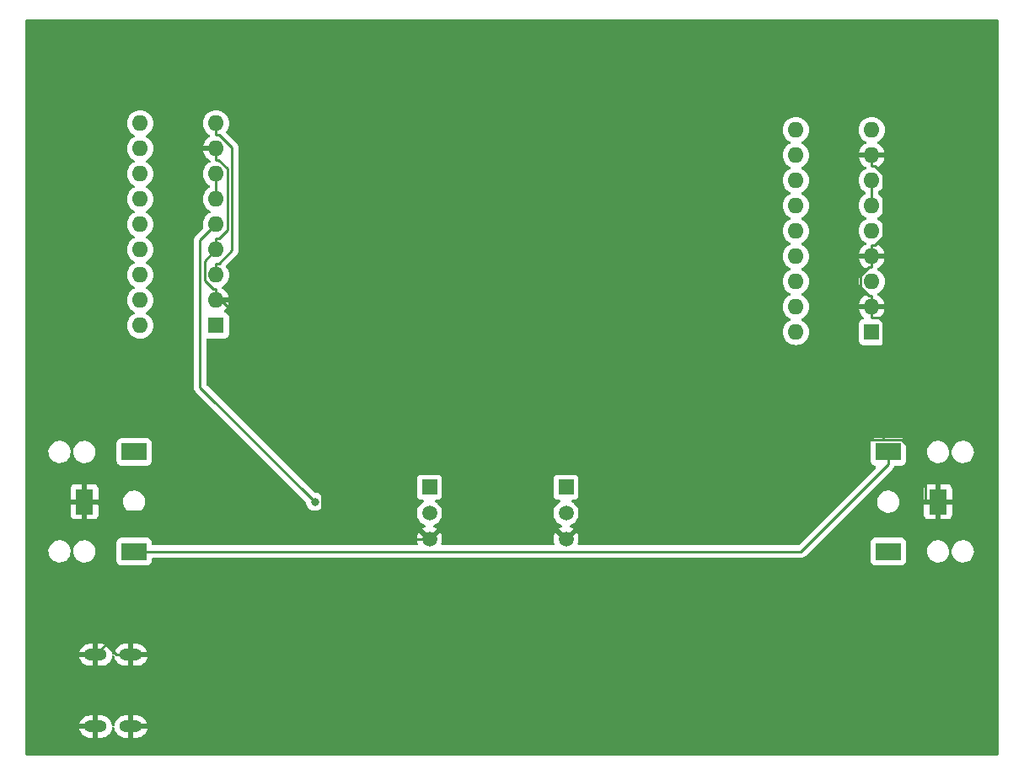
<source format=gbl>
G04 #@! TF.GenerationSoftware,KiCad,Pcbnew,(6.0.7)*
G04 #@! TF.CreationDate,2022-07-31T23:48:51-04:00*
G04 #@! TF.ProjectId,VUmeter,56556d65-7465-4722-9e6b-696361645f70,rev?*
G04 #@! TF.SameCoordinates,Original*
G04 #@! TF.FileFunction,Copper,L2,Bot*
G04 #@! TF.FilePolarity,Positive*
%FSLAX46Y46*%
G04 Gerber Fmt 4.6, Leading zero omitted, Abs format (unit mm)*
G04 Created by KiCad (PCBNEW (6.0.7)) date 2022-07-31 23:48:51*
%MOMM*%
%LPD*%
G01*
G04 APERTURE LIST*
G04 #@! TA.AperFunction,ComponentPad*
%ADD10R,1.500000X1.500000*%
G04 #@! TD*
G04 #@! TA.AperFunction,ComponentPad*
%ADD11C,1.500000*%
G04 #@! TD*
G04 #@! TA.AperFunction,ComponentPad*
%ADD12R,1.600000X1.600000*%
G04 #@! TD*
G04 #@! TA.AperFunction,ComponentPad*
%ADD13O,1.600000X1.600000*%
G04 #@! TD*
G04 #@! TA.AperFunction,ComponentPad*
%ADD14O,2.300000X1.200000*%
G04 #@! TD*
G04 #@! TA.AperFunction,ComponentPad*
%ADD15R,1.800000X2.500000*%
G04 #@! TD*
G04 #@! TA.AperFunction,ComponentPad*
%ADD16R,2.500000X1.800000*%
G04 #@! TD*
G04 #@! TA.AperFunction,ViaPad*
%ADD17C,0.800000*%
G04 #@! TD*
G04 #@! TA.AperFunction,Conductor*
%ADD18C,0.250000*%
G04 #@! TD*
G04 APERTURE END LIST*
D10*
X168910000Y-130556000D03*
D11*
X168910000Y-133156000D03*
X168910000Y-135756000D03*
D12*
X147473400Y-114290000D03*
D13*
X147473400Y-111750000D03*
X147473400Y-109210000D03*
X147473400Y-106670000D03*
X147473400Y-104130000D03*
X147473400Y-101590000D03*
X147473400Y-99050000D03*
X147473400Y-96510000D03*
X147473400Y-93970000D03*
X139853400Y-93970000D03*
X139853400Y-96510000D03*
X139853400Y-99050000D03*
X139853400Y-101590000D03*
X139853400Y-104130000D03*
X139853400Y-106670000D03*
X139853400Y-109210000D03*
X139853400Y-111750000D03*
X139853400Y-114290000D03*
D10*
X182626000Y-130556000D03*
D11*
X182626000Y-133156000D03*
X182626000Y-135756000D03*
D14*
X135375000Y-147400000D03*
X135375000Y-154600000D03*
X138925000Y-154600000D03*
X138925000Y-147400000D03*
D15*
X220000000Y-132000000D03*
D16*
X215000000Y-127000000D03*
X215000000Y-137000000D03*
D15*
X134250000Y-132000000D03*
D16*
X139250000Y-137000000D03*
X139250000Y-127000000D03*
D12*
X213341600Y-114954000D03*
D13*
X213341600Y-112414000D03*
X213341600Y-109874000D03*
X213341600Y-107334000D03*
X213341600Y-104794000D03*
X213341600Y-102254000D03*
X213341600Y-99714000D03*
X213341600Y-97174000D03*
X213341600Y-94634000D03*
X205721600Y-94634000D03*
X205721600Y-97174000D03*
X205721600Y-99714000D03*
X205721600Y-102254000D03*
X205721600Y-104794000D03*
X205721600Y-107334000D03*
X205721600Y-109874000D03*
X205721600Y-112414000D03*
X205721600Y-114954000D03*
D17*
X197104000Y-120904000D03*
X177038000Y-111252000D03*
X175260000Y-127762000D03*
X176022000Y-90424000D03*
X196088000Y-135636000D03*
X197104000Y-115062000D03*
X164846000Y-155956000D03*
X156210000Y-128524000D03*
X203454000Y-125730000D03*
X176022000Y-138938000D03*
X197104000Y-95758000D03*
X169672000Y-94742000D03*
X202692000Y-91440000D03*
X154178000Y-139954000D03*
X171958000Y-155956000D03*
X179578000Y-155956000D03*
X189738000Y-134620000D03*
X207010000Y-145796000D03*
X145034000Y-124968000D03*
X156210000Y-124968000D03*
X135128000Y-122174000D03*
X169672000Y-99314000D03*
X209296000Y-112014000D03*
X163322000Y-128524000D03*
X215900000Y-96774000D03*
X172466000Y-131064000D03*
X210058000Y-140716000D03*
X163576000Y-150876000D03*
X176530000Y-121666000D03*
X148590000Y-138684000D03*
X182118000Y-99060000D03*
X216408000Y-101092000D03*
X209296000Y-91440000D03*
X197104000Y-98552000D03*
X154178000Y-145034000D03*
X197104000Y-103378000D03*
X136906000Y-95504000D03*
X137160000Y-91948000D03*
X221996000Y-101600000D03*
X176022000Y-143764000D03*
X196596000Y-91186000D03*
X145542000Y-134874000D03*
X135128000Y-111506000D03*
X163322000Y-144780000D03*
X160528000Y-138684000D03*
X222250000Y-115062000D03*
X143764000Y-99314000D03*
X186944000Y-155448000D03*
X140462000Y-89916000D03*
X192278000Y-139192000D03*
X197104000Y-110998000D03*
X147828000Y-84582000D03*
X157480000Y-109982000D03*
X145034000Y-128524000D03*
X215646000Y-141986000D03*
X157480000Y-102362000D03*
X137414000Y-108712000D03*
X182118000Y-94742000D03*
X197104000Y-108458000D03*
X152908000Y-92964000D03*
X187198000Y-139700000D03*
X135128000Y-116332000D03*
X206756000Y-132588000D03*
X190500000Y-142748000D03*
X197104000Y-100838000D03*
X143764000Y-86614000D03*
X209296000Y-98806000D03*
X189163000Y-129219000D03*
X192532000Y-150622000D03*
X157226000Y-116586000D03*
X136398000Y-99568000D03*
X218948000Y-116840000D03*
X176022000Y-150622000D03*
X145796000Y-141986000D03*
X222758000Y-109728000D03*
X210820000Y-135128000D03*
X192786000Y-86614000D03*
X160528000Y-147574000D03*
X186436000Y-148844000D03*
X188976000Y-146050000D03*
X157480000Y-99060000D03*
X215900000Y-91440000D03*
X165608000Y-146812000D03*
X197866000Y-146050000D03*
X163322000Y-124968000D03*
X203962000Y-139446000D03*
X152654000Y-88646000D03*
X218694000Y-123190000D03*
X136398000Y-104140000D03*
X198120000Y-139954000D03*
X143764000Y-102870000D03*
X157395800Y-132012100D03*
D18*
X139250000Y-137000000D02*
X206225300Y-137000000D01*
X206225300Y-137000000D02*
X215000000Y-128225300D01*
X215000000Y-127000000D02*
X215000000Y-128225300D01*
X147473400Y-110624700D02*
X147192100Y-110624700D01*
X213623000Y-98299300D02*
X213341600Y-98299300D01*
X214466900Y-99143200D02*
X213623000Y-98299300D01*
X213060200Y-108459300D02*
X213341600Y-108459300D01*
X158146600Y-121860500D02*
X158146600Y-132939000D01*
X146334700Y-107808700D02*
X147473400Y-106670000D01*
X160963600Y-135756000D02*
X158146600Y-132939000D01*
X203454000Y-125730000D02*
X192625000Y-125757000D01*
X148598700Y-104700800D02*
X147754800Y-105544700D01*
X147473400Y-96510000D02*
X147473400Y-97635300D01*
X147473400Y-111187300D02*
X147473400Y-110624700D01*
X136414300Y-146360700D02*
X135375000Y-147400000D01*
X147473400Y-111750000D02*
X147473400Y-111187300D01*
X214044900Y-113539300D02*
X213341600Y-113539300D01*
X138925000Y-147400000D02*
X137449700Y-147400000D01*
X137449700Y-147396100D02*
X136414300Y-146360700D01*
X189163000Y-129219000D02*
X182626000Y-135756000D01*
X137449700Y-147400000D02*
X137449700Y-147396100D01*
X218774700Y-128159700D02*
X216372000Y-125757000D01*
X147473400Y-106670000D02*
X147473400Y-105544700D01*
X213341600Y-97174000D02*
X213341600Y-98299300D01*
X214488300Y-113982700D02*
X214044900Y-113539300D01*
X213341600Y-111288700D02*
X213060300Y-111288700D01*
X136414300Y-132939000D02*
X135475300Y-132000000D01*
X147192100Y-110624700D02*
X146334700Y-109767300D01*
X218774700Y-132000000D02*
X218774700Y-128159700D01*
X147754800Y-105544700D02*
X147473400Y-105544700D01*
X216372000Y-125757000D02*
X214488300Y-125757000D01*
X212216300Y-109303200D02*
X213060200Y-108459300D01*
X213622900Y-106208700D02*
X214466900Y-105364700D01*
X168910000Y-135756000D02*
X160963600Y-135756000D01*
X192625000Y-125757000D02*
X189163000Y-129219000D01*
X213341600Y-112414000D02*
X213341600Y-113539300D01*
X214488300Y-125757000D02*
X214488300Y-113982700D01*
X213341600Y-107334000D02*
X213341600Y-106208700D01*
X213341600Y-107334000D02*
X213341600Y-108459300D01*
X148598700Y-98510400D02*
X148598700Y-104700800D01*
X213341600Y-112414000D02*
X213341600Y-111288700D01*
X134250000Y-132000000D02*
X135475300Y-132000000D01*
X147473400Y-97635300D02*
X147723600Y-97635300D01*
X220000000Y-132000000D02*
X218774700Y-132000000D01*
X158146600Y-132939000D02*
X136414300Y-132939000D01*
X146334700Y-109767300D02*
X146334700Y-107808700D01*
X136414300Y-132939000D02*
X136414300Y-146360700D01*
X214466900Y-105364700D02*
X214466900Y-99143200D01*
X147723600Y-97635300D02*
X148598700Y-98510400D01*
X214488300Y-125757000D02*
X203454000Y-125730000D01*
X213060300Y-111288700D02*
X212216300Y-110444700D01*
X213341600Y-106208700D02*
X213622900Y-106208700D01*
X147473400Y-111187300D02*
X158146600Y-121860500D01*
X212216300Y-110444700D02*
X212216300Y-109303200D01*
X145868900Y-120485200D02*
X157395800Y-132012100D01*
X145868900Y-105734500D02*
X145868900Y-120485200D01*
X147473400Y-104130000D02*
X145868900Y-105734500D01*
X147473400Y-109210000D02*
X147473400Y-108084700D01*
X149078900Y-96419500D02*
X147754700Y-95095300D01*
X147754700Y-95095300D02*
X147473400Y-95095300D01*
X147473400Y-108084700D02*
X147754700Y-108084700D01*
X147473400Y-93970000D02*
X147473400Y-95095300D01*
X149078900Y-106760500D02*
X149078900Y-96419500D01*
X147754700Y-108084700D02*
X149078900Y-106760500D01*
X213341600Y-99714000D02*
X213341600Y-102254000D01*
X147473400Y-99050000D02*
X147473400Y-101590000D01*
G04 #@! TA.AperFunction,Conductor*
G36*
X226000621Y-83528502D02*
G01*
X226047114Y-83582158D01*
X226058500Y-83634500D01*
X226058500Y-157365500D01*
X226038498Y-157433621D01*
X225984842Y-157480114D01*
X225932500Y-157491500D01*
X128471500Y-157491500D01*
X128403379Y-157471498D01*
X128356886Y-157417842D01*
X128345500Y-157365500D01*
X128345500Y-154867399D01*
X133749712Y-154867399D01*
X133771194Y-154956537D01*
X133775083Y-154967832D01*
X133857629Y-155149382D01*
X133863576Y-155159724D01*
X133978968Y-155322397D01*
X133986761Y-155331425D01*
X134130831Y-155469342D01*
X134140196Y-155476738D01*
X134307741Y-155584921D01*
X134318345Y-155590417D01*
X134503312Y-155664961D01*
X134514770Y-155668355D01*
X134711928Y-155706857D01*
X134720791Y-155707934D01*
X134723500Y-155708000D01*
X135102885Y-155708000D01*
X135118124Y-155703525D01*
X135119329Y-155702135D01*
X135121000Y-155694452D01*
X135121000Y-155689885D01*
X135629000Y-155689885D01*
X135633475Y-155705124D01*
X135634865Y-155706329D01*
X135642548Y-155708000D01*
X135974832Y-155708000D01*
X135980808Y-155707715D01*
X136129494Y-155693529D01*
X136141228Y-155691270D01*
X136332599Y-155635128D01*
X136343675Y-155630698D01*
X136520978Y-155539381D01*
X136531024Y-155532931D01*
X136687857Y-155409738D01*
X136696506Y-155401501D01*
X136827212Y-155250877D01*
X136834147Y-155241153D01*
X136934010Y-155068533D01*
X136938984Y-155057669D01*
X137004406Y-154869274D01*
X137007234Y-154857674D01*
X137023062Y-154748505D01*
X137052632Y-154683960D01*
X137112403Y-154645647D01*
X137183400Y-154645731D01*
X137243080Y-154684186D01*
X137272501Y-154748831D01*
X137274469Y-154762659D01*
X137321194Y-154956537D01*
X137325083Y-154967832D01*
X137407629Y-155149382D01*
X137413576Y-155159724D01*
X137528968Y-155322397D01*
X137536761Y-155331425D01*
X137680831Y-155469342D01*
X137690196Y-155476738D01*
X137857741Y-155584921D01*
X137868345Y-155590417D01*
X138053312Y-155664961D01*
X138064770Y-155668355D01*
X138261928Y-155706857D01*
X138270791Y-155707934D01*
X138273500Y-155708000D01*
X138652885Y-155708000D01*
X138668124Y-155703525D01*
X138669329Y-155702135D01*
X138671000Y-155694452D01*
X138671000Y-155689885D01*
X139179000Y-155689885D01*
X139183475Y-155705124D01*
X139184865Y-155706329D01*
X139192548Y-155708000D01*
X139524832Y-155708000D01*
X139530808Y-155707715D01*
X139679494Y-155693529D01*
X139691228Y-155691270D01*
X139882599Y-155635128D01*
X139893675Y-155630698D01*
X140070978Y-155539381D01*
X140081024Y-155532931D01*
X140237857Y-155409738D01*
X140246506Y-155401501D01*
X140377212Y-155250877D01*
X140384147Y-155241153D01*
X140484010Y-155068533D01*
X140488984Y-155057669D01*
X140554407Y-154869273D01*
X140554648Y-154868284D01*
X140553180Y-154857992D01*
X140539615Y-154854000D01*
X139197115Y-154854000D01*
X139181876Y-154858475D01*
X139180671Y-154859865D01*
X139179000Y-154867548D01*
X139179000Y-155689885D01*
X138671000Y-155689885D01*
X138671000Y-154327885D01*
X139179000Y-154327885D01*
X139183475Y-154343124D01*
X139184865Y-154344329D01*
X139192548Y-154346000D01*
X140535402Y-154346000D01*
X140548933Y-154342027D01*
X140550288Y-154332601D01*
X140528806Y-154243463D01*
X140524917Y-154232168D01*
X140442371Y-154050618D01*
X140436424Y-154040276D01*
X140321032Y-153877603D01*
X140313239Y-153868575D01*
X140169169Y-153730658D01*
X140159804Y-153723262D01*
X139992259Y-153615079D01*
X139981655Y-153609583D01*
X139796688Y-153535039D01*
X139785230Y-153531645D01*
X139588072Y-153493143D01*
X139579209Y-153492066D01*
X139576500Y-153492000D01*
X139197115Y-153492000D01*
X139181876Y-153496475D01*
X139180671Y-153497865D01*
X139179000Y-153505548D01*
X139179000Y-154327885D01*
X138671000Y-154327885D01*
X138671000Y-153510115D01*
X138666525Y-153494876D01*
X138665135Y-153493671D01*
X138657452Y-153492000D01*
X138325168Y-153492000D01*
X138319192Y-153492285D01*
X138170506Y-153506471D01*
X138158772Y-153508730D01*
X137967401Y-153564872D01*
X137956325Y-153569302D01*
X137779022Y-153660619D01*
X137768976Y-153667069D01*
X137612143Y-153790262D01*
X137603494Y-153798499D01*
X137472788Y-153949123D01*
X137465853Y-153958847D01*
X137365990Y-154131467D01*
X137361016Y-154142331D01*
X137295594Y-154330726D01*
X137292766Y-154342326D01*
X137276938Y-154451495D01*
X137247368Y-154516040D01*
X137187597Y-154554353D01*
X137116600Y-154554269D01*
X137056920Y-154515814D01*
X137027499Y-154451169D01*
X137025531Y-154437341D01*
X136978806Y-154243463D01*
X136974917Y-154232168D01*
X136892371Y-154050618D01*
X136886424Y-154040276D01*
X136771032Y-153877603D01*
X136763239Y-153868575D01*
X136619169Y-153730658D01*
X136609804Y-153723262D01*
X136442259Y-153615079D01*
X136431655Y-153609583D01*
X136246688Y-153535039D01*
X136235230Y-153531645D01*
X136038072Y-153493143D01*
X136029209Y-153492066D01*
X136026500Y-153492000D01*
X135647115Y-153492000D01*
X135631876Y-153496475D01*
X135630671Y-153497865D01*
X135629000Y-153505548D01*
X135629000Y-155689885D01*
X135121000Y-155689885D01*
X135121000Y-154872115D01*
X135116525Y-154856876D01*
X135115135Y-154855671D01*
X135107452Y-154854000D01*
X133764598Y-154854000D01*
X133751067Y-154857973D01*
X133749712Y-154867399D01*
X128345500Y-154867399D01*
X128345500Y-154331716D01*
X133745352Y-154331716D01*
X133746820Y-154342008D01*
X133760385Y-154346000D01*
X135102885Y-154346000D01*
X135118124Y-154341525D01*
X135119329Y-154340135D01*
X135121000Y-154332452D01*
X135121000Y-153510115D01*
X135116525Y-153494876D01*
X135115135Y-153493671D01*
X135107452Y-153492000D01*
X134775168Y-153492000D01*
X134769192Y-153492285D01*
X134620506Y-153506471D01*
X134608772Y-153508730D01*
X134417401Y-153564872D01*
X134406325Y-153569302D01*
X134229022Y-153660619D01*
X134218976Y-153667069D01*
X134062143Y-153790262D01*
X134053494Y-153798499D01*
X133922788Y-153949123D01*
X133915853Y-153958847D01*
X133815990Y-154131467D01*
X133811016Y-154142331D01*
X133745593Y-154330727D01*
X133745352Y-154331716D01*
X128345500Y-154331716D01*
X128345500Y-147667399D01*
X133749712Y-147667399D01*
X133771194Y-147756537D01*
X133775083Y-147767832D01*
X133857629Y-147949382D01*
X133863576Y-147959724D01*
X133978968Y-148122397D01*
X133986761Y-148131425D01*
X134130831Y-148269342D01*
X134140196Y-148276738D01*
X134307741Y-148384921D01*
X134318345Y-148390417D01*
X134503312Y-148464961D01*
X134514770Y-148468355D01*
X134711928Y-148506857D01*
X134720791Y-148507934D01*
X134723500Y-148508000D01*
X135102885Y-148508000D01*
X135118124Y-148503525D01*
X135119329Y-148502135D01*
X135121000Y-148494452D01*
X135121000Y-148489885D01*
X135629000Y-148489885D01*
X135633475Y-148505124D01*
X135634865Y-148506329D01*
X135642548Y-148508000D01*
X135974832Y-148508000D01*
X135980808Y-148507715D01*
X136129494Y-148493529D01*
X136141228Y-148491270D01*
X136332599Y-148435128D01*
X136343675Y-148430698D01*
X136520978Y-148339381D01*
X136531024Y-148332931D01*
X136687857Y-148209738D01*
X136696506Y-148201501D01*
X136827212Y-148050877D01*
X136834147Y-148041153D01*
X136934010Y-147868533D01*
X136938984Y-147857669D01*
X137004406Y-147669274D01*
X137007234Y-147657674D01*
X137023062Y-147548505D01*
X137052632Y-147483960D01*
X137112403Y-147445647D01*
X137183400Y-147445731D01*
X137243080Y-147484186D01*
X137272501Y-147548831D01*
X137274469Y-147562659D01*
X137321194Y-147756537D01*
X137325083Y-147767832D01*
X137407629Y-147949382D01*
X137413576Y-147959724D01*
X137528968Y-148122397D01*
X137536761Y-148131425D01*
X137680831Y-148269342D01*
X137690196Y-148276738D01*
X137857741Y-148384921D01*
X137868345Y-148390417D01*
X138053312Y-148464961D01*
X138064770Y-148468355D01*
X138261928Y-148506857D01*
X138270791Y-148507934D01*
X138273500Y-148508000D01*
X138652885Y-148508000D01*
X138668124Y-148503525D01*
X138669329Y-148502135D01*
X138671000Y-148494452D01*
X138671000Y-148489885D01*
X139179000Y-148489885D01*
X139183475Y-148505124D01*
X139184865Y-148506329D01*
X139192548Y-148508000D01*
X139524832Y-148508000D01*
X139530808Y-148507715D01*
X139679494Y-148493529D01*
X139691228Y-148491270D01*
X139882599Y-148435128D01*
X139893675Y-148430698D01*
X140070978Y-148339381D01*
X140081024Y-148332931D01*
X140237857Y-148209738D01*
X140246506Y-148201501D01*
X140377212Y-148050877D01*
X140384147Y-148041153D01*
X140484010Y-147868533D01*
X140488984Y-147857669D01*
X140554407Y-147669273D01*
X140554648Y-147668284D01*
X140553180Y-147657992D01*
X140539615Y-147654000D01*
X139197115Y-147654000D01*
X139181876Y-147658475D01*
X139180671Y-147659865D01*
X139179000Y-147667548D01*
X139179000Y-148489885D01*
X138671000Y-148489885D01*
X138671000Y-147127885D01*
X139179000Y-147127885D01*
X139183475Y-147143124D01*
X139184865Y-147144329D01*
X139192548Y-147146000D01*
X140535402Y-147146000D01*
X140548933Y-147142027D01*
X140550288Y-147132601D01*
X140528806Y-147043463D01*
X140524917Y-147032168D01*
X140442371Y-146850618D01*
X140436424Y-146840276D01*
X140321032Y-146677603D01*
X140313239Y-146668575D01*
X140169169Y-146530658D01*
X140159804Y-146523262D01*
X139992259Y-146415079D01*
X139981655Y-146409583D01*
X139796688Y-146335039D01*
X139785230Y-146331645D01*
X139588072Y-146293143D01*
X139579209Y-146292066D01*
X139576500Y-146292000D01*
X139197115Y-146292000D01*
X139181876Y-146296475D01*
X139180671Y-146297865D01*
X139179000Y-146305548D01*
X139179000Y-147127885D01*
X138671000Y-147127885D01*
X138671000Y-146310115D01*
X138666525Y-146294876D01*
X138665135Y-146293671D01*
X138657452Y-146292000D01*
X138325168Y-146292000D01*
X138319192Y-146292285D01*
X138170506Y-146306471D01*
X138158772Y-146308730D01*
X137967401Y-146364872D01*
X137956325Y-146369302D01*
X137779022Y-146460619D01*
X137768976Y-146467069D01*
X137612143Y-146590262D01*
X137603494Y-146598499D01*
X137472788Y-146749123D01*
X137465853Y-146758847D01*
X137365990Y-146931467D01*
X137361016Y-146942331D01*
X137295594Y-147130726D01*
X137292766Y-147142326D01*
X137276938Y-147251495D01*
X137247368Y-147316040D01*
X137187597Y-147354353D01*
X137116600Y-147354269D01*
X137056920Y-147315814D01*
X137027499Y-147251169D01*
X137025531Y-147237341D01*
X136978806Y-147043463D01*
X136974917Y-147032168D01*
X136892371Y-146850618D01*
X136886424Y-146840276D01*
X136771032Y-146677603D01*
X136763239Y-146668575D01*
X136619169Y-146530658D01*
X136609804Y-146523262D01*
X136442259Y-146415079D01*
X136431655Y-146409583D01*
X136246688Y-146335039D01*
X136235230Y-146331645D01*
X136038072Y-146293143D01*
X136029209Y-146292066D01*
X136026500Y-146292000D01*
X135647115Y-146292000D01*
X135631876Y-146296475D01*
X135630671Y-146297865D01*
X135629000Y-146305548D01*
X135629000Y-148489885D01*
X135121000Y-148489885D01*
X135121000Y-147672115D01*
X135116525Y-147656876D01*
X135115135Y-147655671D01*
X135107452Y-147654000D01*
X133764598Y-147654000D01*
X133751067Y-147657973D01*
X133749712Y-147667399D01*
X128345500Y-147667399D01*
X128345500Y-147131716D01*
X133745352Y-147131716D01*
X133746820Y-147142008D01*
X133760385Y-147146000D01*
X135102885Y-147146000D01*
X135118124Y-147141525D01*
X135119329Y-147140135D01*
X135121000Y-147132452D01*
X135121000Y-146310115D01*
X135116525Y-146294876D01*
X135115135Y-146293671D01*
X135107452Y-146292000D01*
X134775168Y-146292000D01*
X134769192Y-146292285D01*
X134620506Y-146306471D01*
X134608772Y-146308730D01*
X134417401Y-146364872D01*
X134406325Y-146369302D01*
X134229022Y-146460619D01*
X134218976Y-146467069D01*
X134062143Y-146590262D01*
X134053494Y-146598499D01*
X133922788Y-146749123D01*
X133915853Y-146758847D01*
X133815990Y-146931467D01*
X133811016Y-146942331D01*
X133745593Y-147130727D01*
X133745352Y-147131716D01*
X128345500Y-147131716D01*
X128345500Y-136945604D01*
X130637787Y-136945604D01*
X130647567Y-137156899D01*
X130697125Y-137362534D01*
X130699607Y-137367992D01*
X130699608Y-137367996D01*
X130741152Y-137459366D01*
X130784674Y-137555087D01*
X130907054Y-137727611D01*
X131059850Y-137873881D01*
X131237548Y-137988620D01*
X131243114Y-137990863D01*
X131428168Y-138065442D01*
X131428171Y-138065443D01*
X131433737Y-138067686D01*
X131641337Y-138108228D01*
X131646899Y-138108500D01*
X131802846Y-138108500D01*
X131960566Y-138093452D01*
X132163534Y-138033908D01*
X132247111Y-137990863D01*
X132346249Y-137939804D01*
X132346252Y-137939802D01*
X132351580Y-137937058D01*
X132517920Y-137806396D01*
X132521852Y-137801865D01*
X132521855Y-137801862D01*
X132652621Y-137651167D01*
X132656552Y-137646637D01*
X132659552Y-137641451D01*
X132659555Y-137641447D01*
X132759467Y-137468742D01*
X132762473Y-137463546D01*
X132831861Y-137263729D01*
X132862213Y-137054396D01*
X132857177Y-136945604D01*
X133137787Y-136945604D01*
X133147567Y-137156899D01*
X133197125Y-137362534D01*
X133199607Y-137367992D01*
X133199608Y-137367996D01*
X133241152Y-137459366D01*
X133284674Y-137555087D01*
X133407054Y-137727611D01*
X133559850Y-137873881D01*
X133737548Y-137988620D01*
X133743114Y-137990863D01*
X133928168Y-138065442D01*
X133928171Y-138065443D01*
X133933737Y-138067686D01*
X134141337Y-138108228D01*
X134146899Y-138108500D01*
X134302846Y-138108500D01*
X134460566Y-138093452D01*
X134663534Y-138033908D01*
X134747111Y-137990863D01*
X134830075Y-137948134D01*
X137491500Y-137948134D01*
X137498255Y-138010316D01*
X137549385Y-138146705D01*
X137636739Y-138263261D01*
X137753295Y-138350615D01*
X137889684Y-138401745D01*
X137951866Y-138408500D01*
X140548134Y-138408500D01*
X140610316Y-138401745D01*
X140746705Y-138350615D01*
X140863261Y-138263261D01*
X140950615Y-138146705D01*
X141001745Y-138010316D01*
X141008500Y-137948134D01*
X213241500Y-137948134D01*
X213248255Y-138010316D01*
X213299385Y-138146705D01*
X213386739Y-138263261D01*
X213503295Y-138350615D01*
X213639684Y-138401745D01*
X213701866Y-138408500D01*
X216298134Y-138408500D01*
X216360316Y-138401745D01*
X216496705Y-138350615D01*
X216613261Y-138263261D01*
X216700615Y-138146705D01*
X216751745Y-138010316D01*
X216758500Y-137948134D01*
X216758500Y-136945604D01*
X218887787Y-136945604D01*
X218897567Y-137156899D01*
X218947125Y-137362534D01*
X218949607Y-137367992D01*
X218949608Y-137367996D01*
X218991152Y-137459366D01*
X219034674Y-137555087D01*
X219157054Y-137727611D01*
X219309850Y-137873881D01*
X219487548Y-137988620D01*
X219493114Y-137990863D01*
X219678168Y-138065442D01*
X219678171Y-138065443D01*
X219683737Y-138067686D01*
X219891337Y-138108228D01*
X219896899Y-138108500D01*
X220052846Y-138108500D01*
X220210566Y-138093452D01*
X220413534Y-138033908D01*
X220497111Y-137990863D01*
X220596249Y-137939804D01*
X220596252Y-137939802D01*
X220601580Y-137937058D01*
X220767920Y-137806396D01*
X220771852Y-137801865D01*
X220771855Y-137801862D01*
X220902621Y-137651167D01*
X220906552Y-137646637D01*
X220909552Y-137641451D01*
X220909555Y-137641447D01*
X221009467Y-137468742D01*
X221012473Y-137463546D01*
X221081861Y-137263729D01*
X221112213Y-137054396D01*
X221107177Y-136945604D01*
X221387787Y-136945604D01*
X221397567Y-137156899D01*
X221447125Y-137362534D01*
X221449607Y-137367992D01*
X221449608Y-137367996D01*
X221491152Y-137459366D01*
X221534674Y-137555087D01*
X221657054Y-137727611D01*
X221809850Y-137873881D01*
X221987548Y-137988620D01*
X221993114Y-137990863D01*
X222178168Y-138065442D01*
X222178171Y-138065443D01*
X222183737Y-138067686D01*
X222391337Y-138108228D01*
X222396899Y-138108500D01*
X222552846Y-138108500D01*
X222710566Y-138093452D01*
X222913534Y-138033908D01*
X222997111Y-137990863D01*
X223096249Y-137939804D01*
X223096252Y-137939802D01*
X223101580Y-137937058D01*
X223267920Y-137806396D01*
X223271852Y-137801865D01*
X223271855Y-137801862D01*
X223402621Y-137651167D01*
X223406552Y-137646637D01*
X223409552Y-137641451D01*
X223409555Y-137641447D01*
X223509467Y-137468742D01*
X223512473Y-137463546D01*
X223581861Y-137263729D01*
X223612213Y-137054396D01*
X223602433Y-136843101D01*
X223552875Y-136637466D01*
X223509525Y-136542122D01*
X223467806Y-136450368D01*
X223465326Y-136444913D01*
X223342946Y-136272389D01*
X223190150Y-136126119D01*
X223012452Y-136011380D01*
X222909288Y-135969804D01*
X222821832Y-135934558D01*
X222821829Y-135934557D01*
X222816263Y-135932314D01*
X222608663Y-135891772D01*
X222603101Y-135891500D01*
X222447154Y-135891500D01*
X222289434Y-135906548D01*
X222086466Y-135966092D01*
X222081139Y-135968836D01*
X222081138Y-135968836D01*
X221903751Y-136060196D01*
X221903748Y-136060198D01*
X221898420Y-136062942D01*
X221732080Y-136193604D01*
X221728148Y-136198135D01*
X221728145Y-136198138D01*
X221614073Y-136329595D01*
X221593448Y-136353363D01*
X221590448Y-136358549D01*
X221590445Y-136358553D01*
X221587393Y-136363829D01*
X221487527Y-136536454D01*
X221418139Y-136736271D01*
X221387787Y-136945604D01*
X221107177Y-136945604D01*
X221102433Y-136843101D01*
X221052875Y-136637466D01*
X221009525Y-136542122D01*
X220967806Y-136450368D01*
X220965326Y-136444913D01*
X220842946Y-136272389D01*
X220690150Y-136126119D01*
X220512452Y-136011380D01*
X220409288Y-135969804D01*
X220321832Y-135934558D01*
X220321829Y-135934557D01*
X220316263Y-135932314D01*
X220108663Y-135891772D01*
X220103101Y-135891500D01*
X219947154Y-135891500D01*
X219789434Y-135906548D01*
X219586466Y-135966092D01*
X219581139Y-135968836D01*
X219581138Y-135968836D01*
X219403751Y-136060196D01*
X219403748Y-136060198D01*
X219398420Y-136062942D01*
X219232080Y-136193604D01*
X219228148Y-136198135D01*
X219228145Y-136198138D01*
X219114073Y-136329595D01*
X219093448Y-136353363D01*
X219090448Y-136358549D01*
X219090445Y-136358553D01*
X219087393Y-136363829D01*
X218987527Y-136536454D01*
X218918139Y-136736271D01*
X218887787Y-136945604D01*
X216758500Y-136945604D01*
X216758500Y-136051866D01*
X216751745Y-135989684D01*
X216700615Y-135853295D01*
X216613261Y-135736739D01*
X216496705Y-135649385D01*
X216360316Y-135598255D01*
X216298134Y-135591500D01*
X213701866Y-135591500D01*
X213639684Y-135598255D01*
X213503295Y-135649385D01*
X213386739Y-135736739D01*
X213299385Y-135853295D01*
X213248255Y-135989684D01*
X213241500Y-136051866D01*
X213241500Y-137948134D01*
X141008500Y-137948134D01*
X141008500Y-137759500D01*
X141028502Y-137691379D01*
X141082158Y-137644886D01*
X141134500Y-137633500D01*
X206146533Y-137633500D01*
X206157716Y-137634027D01*
X206165209Y-137635702D01*
X206173135Y-137635453D01*
X206173136Y-137635453D01*
X206233286Y-137633562D01*
X206237245Y-137633500D01*
X206265156Y-137633500D01*
X206269091Y-137633003D01*
X206269156Y-137632995D01*
X206280993Y-137632062D01*
X206313251Y-137631048D01*
X206317270Y-137630922D01*
X206325189Y-137630673D01*
X206344643Y-137625021D01*
X206364000Y-137621013D01*
X206376230Y-137619468D01*
X206376231Y-137619468D01*
X206384097Y-137618474D01*
X206391468Y-137615555D01*
X206391470Y-137615555D01*
X206425212Y-137602196D01*
X206436442Y-137598351D01*
X206471283Y-137588229D01*
X206471284Y-137588229D01*
X206478893Y-137586018D01*
X206485712Y-137581985D01*
X206485717Y-137581983D01*
X206496328Y-137575707D01*
X206514076Y-137567012D01*
X206532917Y-137559552D01*
X206568687Y-137533564D01*
X206578607Y-137527048D01*
X206609835Y-137508580D01*
X206609838Y-137508578D01*
X206616662Y-137504542D01*
X206630983Y-137490221D01*
X206646017Y-137477380D01*
X206655994Y-137470131D01*
X206662407Y-137465472D01*
X206690598Y-137431395D01*
X206698588Y-137422616D01*
X210826536Y-133294669D01*
X218592001Y-133294669D01*
X218592371Y-133301490D01*
X218597895Y-133352352D01*
X218601521Y-133367604D01*
X218646676Y-133488054D01*
X218655214Y-133503649D01*
X218731715Y-133605724D01*
X218744276Y-133618285D01*
X218846351Y-133694786D01*
X218861946Y-133703324D01*
X218982394Y-133748478D01*
X218997649Y-133752105D01*
X219048514Y-133757631D01*
X219055328Y-133758000D01*
X219727885Y-133758000D01*
X219743124Y-133753525D01*
X219744329Y-133752135D01*
X219746000Y-133744452D01*
X219746000Y-133739884D01*
X220254000Y-133739884D01*
X220258475Y-133755123D01*
X220259865Y-133756328D01*
X220267548Y-133757999D01*
X220944669Y-133757999D01*
X220951490Y-133757629D01*
X221002352Y-133752105D01*
X221017604Y-133748479D01*
X221138054Y-133703324D01*
X221153649Y-133694786D01*
X221255724Y-133618285D01*
X221268285Y-133605724D01*
X221344786Y-133503649D01*
X221353324Y-133488054D01*
X221398478Y-133367606D01*
X221402105Y-133352351D01*
X221407631Y-133301486D01*
X221408000Y-133294672D01*
X221408000Y-132272115D01*
X221403525Y-132256876D01*
X221402135Y-132255671D01*
X221394452Y-132254000D01*
X220272115Y-132254000D01*
X220256876Y-132258475D01*
X220255671Y-132259865D01*
X220254000Y-132267548D01*
X220254000Y-133739884D01*
X219746000Y-133739884D01*
X219746000Y-132272115D01*
X219741525Y-132256876D01*
X219740135Y-132255671D01*
X219732452Y-132254000D01*
X218610116Y-132254000D01*
X218594877Y-132258475D01*
X218593672Y-132259865D01*
X218592001Y-132267548D01*
X218592001Y-133294669D01*
X210826536Y-133294669D01*
X212175601Y-131945604D01*
X213887787Y-131945604D01*
X213897567Y-132156899D01*
X213898971Y-132162724D01*
X213898971Y-132162725D01*
X213904362Y-132185092D01*
X213947125Y-132362534D01*
X213949607Y-132367992D01*
X213949608Y-132367996D01*
X213993053Y-132463546D01*
X214034674Y-132555087D01*
X214127576Y-132686055D01*
X214150903Y-132718939D01*
X214157054Y-132727611D01*
X214309850Y-132873881D01*
X214487548Y-132988620D01*
X214493114Y-132990863D01*
X214678168Y-133065442D01*
X214678171Y-133065443D01*
X214683737Y-133067686D01*
X214891337Y-133108228D01*
X214896899Y-133108500D01*
X215052846Y-133108500D01*
X215210566Y-133093452D01*
X215413534Y-133033908D01*
X215497111Y-132990863D01*
X215596249Y-132939804D01*
X215596252Y-132939802D01*
X215601580Y-132937058D01*
X215767920Y-132806396D01*
X215771852Y-132801865D01*
X215771855Y-132801862D01*
X215902621Y-132651167D01*
X215906552Y-132646637D01*
X215909552Y-132641451D01*
X215909555Y-132641447D01*
X216009467Y-132468742D01*
X216012473Y-132463546D01*
X216081861Y-132263729D01*
X216082855Y-132256876D01*
X216111352Y-132060336D01*
X216111352Y-132060333D01*
X216112213Y-132054396D01*
X216102433Y-131843101D01*
X216074666Y-131727885D01*
X218592000Y-131727885D01*
X218596475Y-131743124D01*
X218597865Y-131744329D01*
X218605548Y-131746000D01*
X219727885Y-131746000D01*
X219743124Y-131741525D01*
X219744329Y-131740135D01*
X219746000Y-131732452D01*
X219746000Y-131727885D01*
X220254000Y-131727885D01*
X220258475Y-131743124D01*
X220259865Y-131744329D01*
X220267548Y-131746000D01*
X221389884Y-131746000D01*
X221405123Y-131741525D01*
X221406328Y-131740135D01*
X221407999Y-131732452D01*
X221407999Y-130705331D01*
X221407629Y-130698510D01*
X221402105Y-130647648D01*
X221398479Y-130632396D01*
X221353324Y-130511946D01*
X221344786Y-130496351D01*
X221268285Y-130394276D01*
X221255724Y-130381715D01*
X221153649Y-130305214D01*
X221138054Y-130296676D01*
X221017606Y-130251522D01*
X221002351Y-130247895D01*
X220951486Y-130242369D01*
X220944672Y-130242000D01*
X220272115Y-130242000D01*
X220256876Y-130246475D01*
X220255671Y-130247865D01*
X220254000Y-130255548D01*
X220254000Y-131727885D01*
X219746000Y-131727885D01*
X219746000Y-130260116D01*
X219741525Y-130244877D01*
X219740135Y-130243672D01*
X219732452Y-130242001D01*
X219055331Y-130242001D01*
X219048510Y-130242371D01*
X218997648Y-130247895D01*
X218982396Y-130251521D01*
X218861946Y-130296676D01*
X218846351Y-130305214D01*
X218744276Y-130381715D01*
X218731715Y-130394276D01*
X218655214Y-130496351D01*
X218646676Y-130511946D01*
X218601522Y-130632394D01*
X218597895Y-130647649D01*
X218592369Y-130698514D01*
X218592000Y-130705328D01*
X218592000Y-131727885D01*
X216074666Y-131727885D01*
X216070819Y-131711923D01*
X216054281Y-131643299D01*
X216054280Y-131643297D01*
X216052875Y-131637466D01*
X216010514Y-131544297D01*
X215998084Y-131516959D01*
X215965326Y-131444913D01*
X215842946Y-131272389D01*
X215690150Y-131126119D01*
X215512452Y-131011380D01*
X215452354Y-130987160D01*
X215321832Y-130934558D01*
X215321829Y-130934557D01*
X215316263Y-130932314D01*
X215108663Y-130891772D01*
X215103101Y-130891500D01*
X214947154Y-130891500D01*
X214789434Y-130906548D01*
X214586466Y-130966092D01*
X214581139Y-130968836D01*
X214581138Y-130968836D01*
X214403751Y-131060196D01*
X214403748Y-131060198D01*
X214398420Y-131062942D01*
X214232080Y-131193604D01*
X214228148Y-131198135D01*
X214228145Y-131198138D01*
X214159474Y-131277275D01*
X214093448Y-131353363D01*
X214090448Y-131358549D01*
X214090445Y-131358553D01*
X214052748Y-131423715D01*
X213987527Y-131536454D01*
X213918139Y-131736271D01*
X213917278Y-131742206D01*
X213917278Y-131742208D01*
X213888672Y-131939502D01*
X213887787Y-131945604D01*
X212175601Y-131945604D01*
X215392253Y-128728952D01*
X215400539Y-128721412D01*
X215407018Y-128717300D01*
X215453644Y-128667648D01*
X215456398Y-128664807D01*
X215476135Y-128645070D01*
X215478615Y-128641873D01*
X215486320Y-128632851D01*
X215516586Y-128600621D01*
X215520405Y-128593675D01*
X215520407Y-128593672D01*
X215526348Y-128582866D01*
X215537199Y-128566347D01*
X215544758Y-128556601D01*
X215549614Y-128550341D01*
X215552759Y-128543072D01*
X215552762Y-128543068D01*
X215567174Y-128509763D01*
X215572396Y-128499104D01*
X215586306Y-128473801D01*
X215636650Y-128423741D01*
X215696721Y-128408500D01*
X216298134Y-128408500D01*
X216360316Y-128401745D01*
X216496705Y-128350615D01*
X216613261Y-128263261D01*
X216700615Y-128146705D01*
X216751745Y-128010316D01*
X216758500Y-127948134D01*
X216758500Y-126945604D01*
X218887787Y-126945604D01*
X218897567Y-127156899D01*
X218947125Y-127362534D01*
X218949607Y-127367992D01*
X218949608Y-127367996D01*
X218993053Y-127463546D01*
X219034674Y-127555087D01*
X219157054Y-127727611D01*
X219309850Y-127873881D01*
X219487548Y-127988620D01*
X219493114Y-127990863D01*
X219678168Y-128065442D01*
X219678171Y-128065443D01*
X219683737Y-128067686D01*
X219891337Y-128108228D01*
X219896899Y-128108500D01*
X220052846Y-128108500D01*
X220210566Y-128093452D01*
X220413534Y-128033908D01*
X220497111Y-127990863D01*
X220596249Y-127939804D01*
X220596252Y-127939802D01*
X220601580Y-127937058D01*
X220767920Y-127806396D01*
X220771852Y-127801865D01*
X220771855Y-127801862D01*
X220902621Y-127651167D01*
X220906552Y-127646637D01*
X220909552Y-127641451D01*
X220909555Y-127641447D01*
X221009467Y-127468742D01*
X221012473Y-127463546D01*
X221081861Y-127263729D01*
X221112213Y-127054396D01*
X221107177Y-126945604D01*
X221387787Y-126945604D01*
X221397567Y-127156899D01*
X221447125Y-127362534D01*
X221449607Y-127367992D01*
X221449608Y-127367996D01*
X221493053Y-127463546D01*
X221534674Y-127555087D01*
X221657054Y-127727611D01*
X221809850Y-127873881D01*
X221987548Y-127988620D01*
X221993114Y-127990863D01*
X222178168Y-128065442D01*
X222178171Y-128065443D01*
X222183737Y-128067686D01*
X222391337Y-128108228D01*
X222396899Y-128108500D01*
X222552846Y-128108500D01*
X222710566Y-128093452D01*
X222913534Y-128033908D01*
X222997111Y-127990863D01*
X223096249Y-127939804D01*
X223096252Y-127939802D01*
X223101580Y-127937058D01*
X223267920Y-127806396D01*
X223271852Y-127801865D01*
X223271855Y-127801862D01*
X223402621Y-127651167D01*
X223406552Y-127646637D01*
X223409552Y-127641451D01*
X223409555Y-127641447D01*
X223509467Y-127468742D01*
X223512473Y-127463546D01*
X223581861Y-127263729D01*
X223612213Y-127054396D01*
X223602433Y-126843101D01*
X223552875Y-126637466D01*
X223509525Y-126542122D01*
X223467806Y-126450368D01*
X223465326Y-126444913D01*
X223342946Y-126272389D01*
X223190150Y-126126119D01*
X223012452Y-126011380D01*
X222940258Y-125982285D01*
X222821832Y-125934558D01*
X222821829Y-125934557D01*
X222816263Y-125932314D01*
X222608663Y-125891772D01*
X222603101Y-125891500D01*
X222447154Y-125891500D01*
X222289434Y-125906548D01*
X222086466Y-125966092D01*
X222081139Y-125968836D01*
X222081138Y-125968836D01*
X221903751Y-126060196D01*
X221903748Y-126060198D01*
X221898420Y-126062942D01*
X221732080Y-126193604D01*
X221728148Y-126198135D01*
X221728145Y-126198138D01*
X221659474Y-126277275D01*
X221593448Y-126353363D01*
X221590448Y-126358549D01*
X221590445Y-126358553D01*
X221543312Y-126440026D01*
X221487527Y-126536454D01*
X221418139Y-126736271D01*
X221387787Y-126945604D01*
X221107177Y-126945604D01*
X221102433Y-126843101D01*
X221052875Y-126637466D01*
X221009525Y-126542122D01*
X220967806Y-126450368D01*
X220965326Y-126444913D01*
X220842946Y-126272389D01*
X220690150Y-126126119D01*
X220512452Y-126011380D01*
X220440258Y-125982285D01*
X220321832Y-125934558D01*
X220321829Y-125934557D01*
X220316263Y-125932314D01*
X220108663Y-125891772D01*
X220103101Y-125891500D01*
X219947154Y-125891500D01*
X219789434Y-125906548D01*
X219586466Y-125966092D01*
X219581139Y-125968836D01*
X219581138Y-125968836D01*
X219403751Y-126060196D01*
X219403748Y-126060198D01*
X219398420Y-126062942D01*
X219232080Y-126193604D01*
X219228148Y-126198135D01*
X219228145Y-126198138D01*
X219159474Y-126277275D01*
X219093448Y-126353363D01*
X219090448Y-126358549D01*
X219090445Y-126358553D01*
X219043312Y-126440026D01*
X218987527Y-126536454D01*
X218918139Y-126736271D01*
X218887787Y-126945604D01*
X216758500Y-126945604D01*
X216758500Y-126051866D01*
X216751745Y-125989684D01*
X216700615Y-125853295D01*
X216613261Y-125736739D01*
X216496705Y-125649385D01*
X216360316Y-125598255D01*
X216298134Y-125591500D01*
X213701866Y-125591500D01*
X213639684Y-125598255D01*
X213503295Y-125649385D01*
X213386739Y-125736739D01*
X213299385Y-125853295D01*
X213248255Y-125989684D01*
X213241500Y-126051866D01*
X213241500Y-127948134D01*
X213248255Y-128010316D01*
X213299385Y-128146705D01*
X213386739Y-128263261D01*
X213503295Y-128350615D01*
X213511703Y-128353767D01*
X213632286Y-128398972D01*
X213632289Y-128398973D01*
X213639684Y-128401745D01*
X213647539Y-128402598D01*
X213653704Y-128404064D01*
X213715351Y-128439281D01*
X213748172Y-128502236D01*
X213741746Y-128572941D01*
X213713654Y-128615742D01*
X209809557Y-132519838D01*
X205999800Y-136329595D01*
X205937488Y-136363621D01*
X205910705Y-136366500D01*
X183927082Y-136366500D01*
X183858961Y-136346498D01*
X183812468Y-136292842D01*
X183802364Y-136222568D01*
X183808682Y-136197403D01*
X183814071Y-136182597D01*
X183868196Y-135980599D01*
X183870099Y-135969804D01*
X183888326Y-135761475D01*
X183888326Y-135750525D01*
X183870099Y-135542196D01*
X183868196Y-135531401D01*
X183814072Y-135329405D01*
X183810326Y-135319113D01*
X183721946Y-135129583D01*
X183716466Y-135120093D01*
X183687589Y-135078851D01*
X183677114Y-135070477D01*
X183663667Y-135077545D01*
X182715095Y-136026116D01*
X182652783Y-136060141D01*
X182581967Y-136055076D01*
X182536905Y-136026116D01*
X181587611Y-135076822D01*
X181575838Y-135070394D01*
X181563824Y-135079689D01*
X181535534Y-135120093D01*
X181530054Y-135129583D01*
X181441674Y-135319113D01*
X181437928Y-135329405D01*
X181383804Y-135531401D01*
X181381901Y-135542196D01*
X181363674Y-135750525D01*
X181363674Y-135761475D01*
X181381901Y-135969804D01*
X181383804Y-135980599D01*
X181437929Y-136182597D01*
X181443318Y-136197403D01*
X181447823Y-136268257D01*
X181413305Y-136330298D01*
X181350726Y-136363829D01*
X181324918Y-136366500D01*
X170211082Y-136366500D01*
X170142961Y-136346498D01*
X170096468Y-136292842D01*
X170086364Y-136222568D01*
X170092682Y-136197403D01*
X170098071Y-136182597D01*
X170152196Y-135980599D01*
X170154099Y-135969804D01*
X170172326Y-135761475D01*
X170172326Y-135750525D01*
X170154099Y-135542196D01*
X170152196Y-135531401D01*
X170098072Y-135329405D01*
X170094326Y-135319113D01*
X170005946Y-135129583D01*
X170000466Y-135120093D01*
X169971589Y-135078851D01*
X169961113Y-135070477D01*
X169947666Y-135077545D01*
X169269210Y-135756000D01*
X168999095Y-136026116D01*
X168936783Y-136060141D01*
X168865967Y-136055076D01*
X168820905Y-136026115D01*
X168550790Y-135756000D01*
X167871613Y-135076824D01*
X167859839Y-135070394D01*
X167847824Y-135079690D01*
X167819534Y-135120093D01*
X167814054Y-135129583D01*
X167725674Y-135319113D01*
X167721928Y-135329405D01*
X167667804Y-135531401D01*
X167665901Y-135542196D01*
X167647674Y-135750525D01*
X167647674Y-135761475D01*
X167665901Y-135969804D01*
X167667804Y-135980599D01*
X167721929Y-136182597D01*
X167727318Y-136197403D01*
X167731823Y-136268257D01*
X167697305Y-136330298D01*
X167634726Y-136363829D01*
X167608918Y-136366500D01*
X141134500Y-136366500D01*
X141066379Y-136346498D01*
X141019886Y-136292842D01*
X141008500Y-136240500D01*
X141008500Y-136051866D01*
X141001745Y-135989684D01*
X140950615Y-135853295D01*
X140863261Y-135736739D01*
X140746705Y-135649385D01*
X140610316Y-135598255D01*
X140548134Y-135591500D01*
X137951866Y-135591500D01*
X137889684Y-135598255D01*
X137753295Y-135649385D01*
X137636739Y-135736739D01*
X137549385Y-135853295D01*
X137498255Y-135989684D01*
X137491500Y-136051866D01*
X137491500Y-137948134D01*
X134830075Y-137948134D01*
X134846249Y-137939804D01*
X134846252Y-137939802D01*
X134851580Y-137937058D01*
X135017920Y-137806396D01*
X135021852Y-137801865D01*
X135021855Y-137801862D01*
X135152621Y-137651167D01*
X135156552Y-137646637D01*
X135159552Y-137641451D01*
X135159555Y-137641447D01*
X135259467Y-137468742D01*
X135262473Y-137463546D01*
X135331861Y-137263729D01*
X135362213Y-137054396D01*
X135352433Y-136843101D01*
X135302875Y-136637466D01*
X135259525Y-136542122D01*
X135217806Y-136450368D01*
X135215326Y-136444913D01*
X135092946Y-136272389D01*
X134940150Y-136126119D01*
X134762452Y-136011380D01*
X134659288Y-135969804D01*
X134571832Y-135934558D01*
X134571829Y-135934557D01*
X134566263Y-135932314D01*
X134358663Y-135891772D01*
X134353101Y-135891500D01*
X134197154Y-135891500D01*
X134039434Y-135906548D01*
X133836466Y-135966092D01*
X133831139Y-135968836D01*
X133831138Y-135968836D01*
X133653751Y-136060196D01*
X133653748Y-136060198D01*
X133648420Y-136062942D01*
X133482080Y-136193604D01*
X133478148Y-136198135D01*
X133478145Y-136198138D01*
X133364073Y-136329595D01*
X133343448Y-136353363D01*
X133340448Y-136358549D01*
X133340445Y-136358553D01*
X133337393Y-136363829D01*
X133237527Y-136536454D01*
X133168139Y-136736271D01*
X133137787Y-136945604D01*
X132857177Y-136945604D01*
X132852433Y-136843101D01*
X132802875Y-136637466D01*
X132759525Y-136542122D01*
X132717806Y-136450368D01*
X132715326Y-136444913D01*
X132592946Y-136272389D01*
X132440150Y-136126119D01*
X132262452Y-136011380D01*
X132159288Y-135969804D01*
X132071832Y-135934558D01*
X132071829Y-135934557D01*
X132066263Y-135932314D01*
X131858663Y-135891772D01*
X131853101Y-135891500D01*
X131697154Y-135891500D01*
X131539434Y-135906548D01*
X131336466Y-135966092D01*
X131331139Y-135968836D01*
X131331138Y-135968836D01*
X131153751Y-136060196D01*
X131153748Y-136060198D01*
X131148420Y-136062942D01*
X130982080Y-136193604D01*
X130978148Y-136198135D01*
X130978145Y-136198138D01*
X130864073Y-136329595D01*
X130843448Y-136353363D01*
X130840448Y-136358549D01*
X130840445Y-136358553D01*
X130837393Y-136363829D01*
X130737527Y-136536454D01*
X130668139Y-136736271D01*
X130637787Y-136945604D01*
X128345500Y-136945604D01*
X128345500Y-133294669D01*
X132842001Y-133294669D01*
X132842371Y-133301490D01*
X132847895Y-133352352D01*
X132851521Y-133367604D01*
X132896676Y-133488054D01*
X132905214Y-133503649D01*
X132981715Y-133605724D01*
X132994276Y-133618285D01*
X133096351Y-133694786D01*
X133111946Y-133703324D01*
X133232394Y-133748478D01*
X133247649Y-133752105D01*
X133298514Y-133757631D01*
X133305328Y-133758000D01*
X133977885Y-133758000D01*
X133993124Y-133753525D01*
X133994329Y-133752135D01*
X133996000Y-133744452D01*
X133996000Y-133739884D01*
X134504000Y-133739884D01*
X134508475Y-133755123D01*
X134509865Y-133756328D01*
X134517548Y-133757999D01*
X135194669Y-133757999D01*
X135201490Y-133757629D01*
X135252352Y-133752105D01*
X135267604Y-133748479D01*
X135388054Y-133703324D01*
X135403649Y-133694786D01*
X135505724Y-133618285D01*
X135518285Y-133605724D01*
X135594786Y-133503649D01*
X135603324Y-133488054D01*
X135648478Y-133367606D01*
X135652105Y-133352351D01*
X135657631Y-133301486D01*
X135658000Y-133294672D01*
X135658000Y-133156000D01*
X167646693Y-133156000D01*
X167665885Y-133375371D01*
X167722880Y-133588076D01*
X167736967Y-133618285D01*
X167813618Y-133782666D01*
X167813621Y-133782671D01*
X167815944Y-133787653D01*
X167942251Y-133968038D01*
X168097962Y-134123749D01*
X168278346Y-134250056D01*
X168283331Y-134252380D01*
X168283337Y-134252384D01*
X168475694Y-134342080D01*
X168528980Y-134388997D01*
X168548441Y-134457274D01*
X168527900Y-134525234D01*
X168475695Y-134570470D01*
X168283583Y-134660054D01*
X168274093Y-134665534D01*
X168232851Y-134694411D01*
X168224477Y-134704887D01*
X168231545Y-134718334D01*
X168897189Y-135383979D01*
X168911132Y-135391592D01*
X168912966Y-135391461D01*
X168919580Y-135387210D01*
X169589180Y-134717609D01*
X169595607Y-134705839D01*
X169586313Y-134693825D01*
X169545912Y-134665536D01*
X169536416Y-134660053D01*
X169344305Y-134570470D01*
X169291020Y-134523552D01*
X169271559Y-134455275D01*
X169292101Y-134387315D01*
X169344306Y-134342080D01*
X169536663Y-134252384D01*
X169536669Y-134252380D01*
X169541654Y-134250056D01*
X169722038Y-134123749D01*
X169877749Y-133968038D01*
X170004056Y-133787653D01*
X170006379Y-133782671D01*
X170006382Y-133782666D01*
X170083033Y-133618285D01*
X170097120Y-133588076D01*
X170154115Y-133375371D01*
X170173307Y-133156000D01*
X181362693Y-133156000D01*
X181381885Y-133375371D01*
X181438880Y-133588076D01*
X181452967Y-133618285D01*
X181529618Y-133782666D01*
X181529621Y-133782671D01*
X181531944Y-133787653D01*
X181658251Y-133968038D01*
X181813962Y-134123749D01*
X181994346Y-134250056D01*
X181999331Y-134252380D01*
X181999337Y-134252384D01*
X182191694Y-134342080D01*
X182244980Y-134388997D01*
X182264441Y-134457274D01*
X182243900Y-134525234D01*
X182191695Y-134570470D01*
X181999583Y-134660054D01*
X181990093Y-134665534D01*
X181948851Y-134694411D01*
X181940477Y-134704887D01*
X181947545Y-134718334D01*
X182613189Y-135383979D01*
X182627132Y-135391592D01*
X182628966Y-135391461D01*
X182635580Y-135387210D01*
X183305180Y-134717609D01*
X183311607Y-134705839D01*
X183302313Y-134693825D01*
X183261912Y-134665536D01*
X183252416Y-134660053D01*
X183060305Y-134570470D01*
X183007020Y-134523552D01*
X182987559Y-134455275D01*
X183008101Y-134387315D01*
X183060306Y-134342080D01*
X183252663Y-134252384D01*
X183252669Y-134252380D01*
X183257654Y-134250056D01*
X183438038Y-134123749D01*
X183593749Y-133968038D01*
X183720056Y-133787653D01*
X183722379Y-133782671D01*
X183722382Y-133782666D01*
X183799033Y-133618285D01*
X183813120Y-133588076D01*
X183870115Y-133375371D01*
X183889307Y-133156000D01*
X183870115Y-132936629D01*
X183813120Y-132723924D01*
X183736669Y-132559974D01*
X183722382Y-132529334D01*
X183722379Y-132529329D01*
X183720056Y-132524347D01*
X183673514Y-132457878D01*
X183596908Y-132348473D01*
X183596906Y-132348470D01*
X183593749Y-132343962D01*
X183438038Y-132188251D01*
X183401584Y-132162725D01*
X183358759Y-132132739D01*
X183257654Y-132061944D01*
X183252669Y-132059620D01*
X183252663Y-132059616D01*
X183242109Y-132054695D01*
X183188824Y-132007779D01*
X183169362Y-131939502D01*
X183189903Y-131871542D01*
X183243925Y-131825475D01*
X183295358Y-131814500D01*
X183424134Y-131814500D01*
X183486316Y-131807745D01*
X183622705Y-131756615D01*
X183739261Y-131669261D01*
X183826615Y-131552705D01*
X183877745Y-131416316D01*
X183884500Y-131354134D01*
X183884500Y-129757866D01*
X183877745Y-129695684D01*
X183826615Y-129559295D01*
X183739261Y-129442739D01*
X183622705Y-129355385D01*
X183486316Y-129304255D01*
X183424134Y-129297500D01*
X181827866Y-129297500D01*
X181765684Y-129304255D01*
X181629295Y-129355385D01*
X181512739Y-129442739D01*
X181425385Y-129559295D01*
X181374255Y-129695684D01*
X181367500Y-129757866D01*
X181367500Y-131354134D01*
X181374255Y-131416316D01*
X181425385Y-131552705D01*
X181512739Y-131669261D01*
X181629295Y-131756615D01*
X181765684Y-131807745D01*
X181827866Y-131814500D01*
X181956643Y-131814500D01*
X182024764Y-131834502D01*
X182071257Y-131888158D01*
X182081361Y-131958432D01*
X182051867Y-132023012D01*
X182009892Y-132054695D01*
X181999338Y-132059616D01*
X181999332Y-132059619D01*
X181994347Y-132061944D01*
X181989840Y-132065100D01*
X181989838Y-132065101D01*
X181818473Y-132185092D01*
X181818470Y-132185094D01*
X181813962Y-132188251D01*
X181658251Y-132343962D01*
X181655094Y-132348470D01*
X181655092Y-132348473D01*
X181578486Y-132457878D01*
X181531944Y-132524347D01*
X181529621Y-132529329D01*
X181529618Y-132529334D01*
X181515331Y-132559974D01*
X181438880Y-132723924D01*
X181381885Y-132936629D01*
X181362693Y-133156000D01*
X170173307Y-133156000D01*
X170154115Y-132936629D01*
X170097120Y-132723924D01*
X170020669Y-132559974D01*
X170006382Y-132529334D01*
X170006379Y-132529329D01*
X170004056Y-132524347D01*
X169957514Y-132457878D01*
X169880908Y-132348473D01*
X169880906Y-132348470D01*
X169877749Y-132343962D01*
X169722038Y-132188251D01*
X169685584Y-132162725D01*
X169642759Y-132132739D01*
X169541654Y-132061944D01*
X169536669Y-132059620D01*
X169536663Y-132059616D01*
X169526109Y-132054695D01*
X169472824Y-132007779D01*
X169453362Y-131939502D01*
X169473903Y-131871542D01*
X169527925Y-131825475D01*
X169579358Y-131814500D01*
X169708134Y-131814500D01*
X169770316Y-131807745D01*
X169906705Y-131756615D01*
X170023261Y-131669261D01*
X170110615Y-131552705D01*
X170161745Y-131416316D01*
X170168500Y-131354134D01*
X170168500Y-129757866D01*
X170161745Y-129695684D01*
X170110615Y-129559295D01*
X170023261Y-129442739D01*
X169906705Y-129355385D01*
X169770316Y-129304255D01*
X169708134Y-129297500D01*
X168111866Y-129297500D01*
X168049684Y-129304255D01*
X167913295Y-129355385D01*
X167796739Y-129442739D01*
X167709385Y-129559295D01*
X167658255Y-129695684D01*
X167651500Y-129757866D01*
X167651500Y-131354134D01*
X167658255Y-131416316D01*
X167709385Y-131552705D01*
X167796739Y-131669261D01*
X167913295Y-131756615D01*
X168049684Y-131807745D01*
X168111866Y-131814500D01*
X168240643Y-131814500D01*
X168308764Y-131834502D01*
X168355257Y-131888158D01*
X168365361Y-131958432D01*
X168335867Y-132023012D01*
X168293892Y-132054695D01*
X168283338Y-132059616D01*
X168283332Y-132059619D01*
X168278347Y-132061944D01*
X168273840Y-132065100D01*
X168273838Y-132065101D01*
X168102473Y-132185092D01*
X168102470Y-132185094D01*
X168097962Y-132188251D01*
X167942251Y-132343962D01*
X167939094Y-132348470D01*
X167939092Y-132348473D01*
X167862486Y-132457878D01*
X167815944Y-132524347D01*
X167813621Y-132529329D01*
X167813618Y-132529334D01*
X167799331Y-132559974D01*
X167722880Y-132723924D01*
X167665885Y-132936629D01*
X167646693Y-133156000D01*
X135658000Y-133156000D01*
X135658000Y-132272115D01*
X135653525Y-132256876D01*
X135652135Y-132255671D01*
X135644452Y-132254000D01*
X134522115Y-132254000D01*
X134506876Y-132258475D01*
X134505671Y-132259865D01*
X134504000Y-132267548D01*
X134504000Y-133739884D01*
X133996000Y-133739884D01*
X133996000Y-132272115D01*
X133991525Y-132256876D01*
X133990135Y-132255671D01*
X133982452Y-132254000D01*
X132860116Y-132254000D01*
X132844877Y-132258475D01*
X132843672Y-132259865D01*
X132842001Y-132267548D01*
X132842001Y-133294669D01*
X128345500Y-133294669D01*
X128345500Y-131945604D01*
X138137787Y-131945604D01*
X138147567Y-132156899D01*
X138148971Y-132162724D01*
X138148971Y-132162725D01*
X138154362Y-132185092D01*
X138197125Y-132362534D01*
X138199607Y-132367992D01*
X138199608Y-132367996D01*
X138243053Y-132463546D01*
X138284674Y-132555087D01*
X138377576Y-132686055D01*
X138400903Y-132718939D01*
X138407054Y-132727611D01*
X138559850Y-132873881D01*
X138737548Y-132988620D01*
X138743114Y-132990863D01*
X138928168Y-133065442D01*
X138928171Y-133065443D01*
X138933737Y-133067686D01*
X139141337Y-133108228D01*
X139146899Y-133108500D01*
X139302846Y-133108500D01*
X139460566Y-133093452D01*
X139663534Y-133033908D01*
X139747111Y-132990863D01*
X139846249Y-132939804D01*
X139846252Y-132939802D01*
X139851580Y-132937058D01*
X140017920Y-132806396D01*
X140021852Y-132801865D01*
X140021855Y-132801862D01*
X140152621Y-132651167D01*
X140156552Y-132646637D01*
X140159552Y-132641451D01*
X140159555Y-132641447D01*
X140259467Y-132468742D01*
X140262473Y-132463546D01*
X140331861Y-132263729D01*
X140332855Y-132256876D01*
X140361352Y-132060336D01*
X140361352Y-132060333D01*
X140362213Y-132054396D01*
X140352433Y-131843101D01*
X140320819Y-131711923D01*
X140304281Y-131643299D01*
X140304280Y-131643297D01*
X140302875Y-131637466D01*
X140260514Y-131544297D01*
X140248084Y-131516959D01*
X140215326Y-131444913D01*
X140092946Y-131272389D01*
X139940150Y-131126119D01*
X139762452Y-131011380D01*
X139702354Y-130987160D01*
X139571832Y-130934558D01*
X139571829Y-130934557D01*
X139566263Y-130932314D01*
X139358663Y-130891772D01*
X139353101Y-130891500D01*
X139197154Y-130891500D01*
X139039434Y-130906548D01*
X138836466Y-130966092D01*
X138831139Y-130968836D01*
X138831138Y-130968836D01*
X138653751Y-131060196D01*
X138653748Y-131060198D01*
X138648420Y-131062942D01*
X138482080Y-131193604D01*
X138478148Y-131198135D01*
X138478145Y-131198138D01*
X138409474Y-131277275D01*
X138343448Y-131353363D01*
X138340448Y-131358549D01*
X138340445Y-131358553D01*
X138302748Y-131423715D01*
X138237527Y-131536454D01*
X138168139Y-131736271D01*
X138167278Y-131742206D01*
X138167278Y-131742208D01*
X138138672Y-131939502D01*
X138137787Y-131945604D01*
X128345500Y-131945604D01*
X128345500Y-131727885D01*
X132842000Y-131727885D01*
X132846475Y-131743124D01*
X132847865Y-131744329D01*
X132855548Y-131746000D01*
X133977885Y-131746000D01*
X133993124Y-131741525D01*
X133994329Y-131740135D01*
X133996000Y-131732452D01*
X133996000Y-131727885D01*
X134504000Y-131727885D01*
X134508475Y-131743124D01*
X134509865Y-131744329D01*
X134517548Y-131746000D01*
X135639884Y-131746000D01*
X135655123Y-131741525D01*
X135656328Y-131740135D01*
X135657999Y-131732452D01*
X135657999Y-130705331D01*
X135657629Y-130698510D01*
X135652105Y-130647648D01*
X135648479Y-130632396D01*
X135603324Y-130511946D01*
X135594786Y-130496351D01*
X135518285Y-130394276D01*
X135505724Y-130381715D01*
X135403649Y-130305214D01*
X135388054Y-130296676D01*
X135267606Y-130251522D01*
X135252351Y-130247895D01*
X135201486Y-130242369D01*
X135194672Y-130242000D01*
X134522115Y-130242000D01*
X134506876Y-130246475D01*
X134505671Y-130247865D01*
X134504000Y-130255548D01*
X134504000Y-131727885D01*
X133996000Y-131727885D01*
X133996000Y-130260116D01*
X133991525Y-130244877D01*
X133990135Y-130243672D01*
X133982452Y-130242001D01*
X133305331Y-130242001D01*
X133298510Y-130242371D01*
X133247648Y-130247895D01*
X133232396Y-130251521D01*
X133111946Y-130296676D01*
X133096351Y-130305214D01*
X132994276Y-130381715D01*
X132981715Y-130394276D01*
X132905214Y-130496351D01*
X132896676Y-130511946D01*
X132851522Y-130632394D01*
X132847895Y-130647649D01*
X132842369Y-130698514D01*
X132842000Y-130705328D01*
X132842000Y-131727885D01*
X128345500Y-131727885D01*
X128345500Y-126945604D01*
X130637787Y-126945604D01*
X130647567Y-127156899D01*
X130697125Y-127362534D01*
X130699607Y-127367992D01*
X130699608Y-127367996D01*
X130743053Y-127463546D01*
X130784674Y-127555087D01*
X130907054Y-127727611D01*
X131059850Y-127873881D01*
X131237548Y-127988620D01*
X131243114Y-127990863D01*
X131428168Y-128065442D01*
X131428171Y-128065443D01*
X131433737Y-128067686D01*
X131641337Y-128108228D01*
X131646899Y-128108500D01*
X131802846Y-128108500D01*
X131960566Y-128093452D01*
X132163534Y-128033908D01*
X132247111Y-127990863D01*
X132346249Y-127939804D01*
X132346252Y-127939802D01*
X132351580Y-127937058D01*
X132517920Y-127806396D01*
X132521852Y-127801865D01*
X132521855Y-127801862D01*
X132652621Y-127651167D01*
X132656552Y-127646637D01*
X132659552Y-127641451D01*
X132659555Y-127641447D01*
X132759467Y-127468742D01*
X132762473Y-127463546D01*
X132831861Y-127263729D01*
X132862213Y-127054396D01*
X132857177Y-126945604D01*
X133137787Y-126945604D01*
X133147567Y-127156899D01*
X133197125Y-127362534D01*
X133199607Y-127367992D01*
X133199608Y-127367996D01*
X133243053Y-127463546D01*
X133284674Y-127555087D01*
X133407054Y-127727611D01*
X133559850Y-127873881D01*
X133737548Y-127988620D01*
X133743114Y-127990863D01*
X133928168Y-128065442D01*
X133928171Y-128065443D01*
X133933737Y-128067686D01*
X134141337Y-128108228D01*
X134146899Y-128108500D01*
X134302846Y-128108500D01*
X134460566Y-128093452D01*
X134663534Y-128033908D01*
X134747111Y-127990863D01*
X134830075Y-127948134D01*
X137491500Y-127948134D01*
X137498255Y-128010316D01*
X137549385Y-128146705D01*
X137636739Y-128263261D01*
X137753295Y-128350615D01*
X137889684Y-128401745D01*
X137951866Y-128408500D01*
X140548134Y-128408500D01*
X140610316Y-128401745D01*
X140746705Y-128350615D01*
X140863261Y-128263261D01*
X140950615Y-128146705D01*
X141001745Y-128010316D01*
X141008500Y-127948134D01*
X141008500Y-126051866D01*
X141001745Y-125989684D01*
X140950615Y-125853295D01*
X140863261Y-125736739D01*
X140746705Y-125649385D01*
X140610316Y-125598255D01*
X140548134Y-125591500D01*
X137951866Y-125591500D01*
X137889684Y-125598255D01*
X137753295Y-125649385D01*
X137636739Y-125736739D01*
X137549385Y-125853295D01*
X137498255Y-125989684D01*
X137491500Y-126051866D01*
X137491500Y-127948134D01*
X134830075Y-127948134D01*
X134846249Y-127939804D01*
X134846252Y-127939802D01*
X134851580Y-127937058D01*
X135017920Y-127806396D01*
X135021852Y-127801865D01*
X135021855Y-127801862D01*
X135152621Y-127651167D01*
X135156552Y-127646637D01*
X135159552Y-127641451D01*
X135159555Y-127641447D01*
X135259467Y-127468742D01*
X135262473Y-127463546D01*
X135331861Y-127263729D01*
X135362213Y-127054396D01*
X135352433Y-126843101D01*
X135302875Y-126637466D01*
X135259525Y-126542122D01*
X135217806Y-126450368D01*
X135215326Y-126444913D01*
X135092946Y-126272389D01*
X134940150Y-126126119D01*
X134762452Y-126011380D01*
X134690258Y-125982285D01*
X134571832Y-125934558D01*
X134571829Y-125934557D01*
X134566263Y-125932314D01*
X134358663Y-125891772D01*
X134353101Y-125891500D01*
X134197154Y-125891500D01*
X134039434Y-125906548D01*
X133836466Y-125966092D01*
X133831139Y-125968836D01*
X133831138Y-125968836D01*
X133653751Y-126060196D01*
X133653748Y-126060198D01*
X133648420Y-126062942D01*
X133482080Y-126193604D01*
X133478148Y-126198135D01*
X133478145Y-126198138D01*
X133409474Y-126277275D01*
X133343448Y-126353363D01*
X133340448Y-126358549D01*
X133340445Y-126358553D01*
X133293312Y-126440026D01*
X133237527Y-126536454D01*
X133168139Y-126736271D01*
X133137787Y-126945604D01*
X132857177Y-126945604D01*
X132852433Y-126843101D01*
X132802875Y-126637466D01*
X132759525Y-126542122D01*
X132717806Y-126450368D01*
X132715326Y-126444913D01*
X132592946Y-126272389D01*
X132440150Y-126126119D01*
X132262452Y-126011380D01*
X132190258Y-125982285D01*
X132071832Y-125934558D01*
X132071829Y-125934557D01*
X132066263Y-125932314D01*
X131858663Y-125891772D01*
X131853101Y-125891500D01*
X131697154Y-125891500D01*
X131539434Y-125906548D01*
X131336466Y-125966092D01*
X131331139Y-125968836D01*
X131331138Y-125968836D01*
X131153751Y-126060196D01*
X131153748Y-126060198D01*
X131148420Y-126062942D01*
X130982080Y-126193604D01*
X130978148Y-126198135D01*
X130978145Y-126198138D01*
X130909474Y-126277275D01*
X130843448Y-126353363D01*
X130840448Y-126358549D01*
X130840445Y-126358553D01*
X130793312Y-126440026D01*
X130737527Y-126536454D01*
X130668139Y-126736271D01*
X130637787Y-126945604D01*
X128345500Y-126945604D01*
X128345500Y-114290000D01*
X138539902Y-114290000D01*
X138559857Y-114518087D01*
X138561281Y-114523400D01*
X138561281Y-114523402D01*
X138617013Y-114731393D01*
X138619116Y-114739243D01*
X138621439Y-114744224D01*
X138621439Y-114744225D01*
X138713551Y-114941762D01*
X138713554Y-114941767D01*
X138715877Y-114946749D01*
X138847202Y-115134300D01*
X139009100Y-115296198D01*
X139013608Y-115299355D01*
X139013611Y-115299357D01*
X139054942Y-115328297D01*
X139196651Y-115427523D01*
X139201633Y-115429846D01*
X139201638Y-115429849D01*
X139399175Y-115521961D01*
X139404157Y-115524284D01*
X139409465Y-115525706D01*
X139409467Y-115525707D01*
X139619998Y-115582119D01*
X139620000Y-115582119D01*
X139625313Y-115583543D01*
X139853400Y-115603498D01*
X140081487Y-115583543D01*
X140086800Y-115582119D01*
X140086802Y-115582119D01*
X140297333Y-115525707D01*
X140297335Y-115525706D01*
X140302643Y-115524284D01*
X140307625Y-115521961D01*
X140505162Y-115429849D01*
X140505167Y-115429846D01*
X140510149Y-115427523D01*
X140651858Y-115328297D01*
X140693189Y-115299357D01*
X140693192Y-115299355D01*
X140697700Y-115296198D01*
X140859598Y-115134300D01*
X140990923Y-114946749D01*
X140993246Y-114941767D01*
X140993249Y-114941762D01*
X141085361Y-114744225D01*
X141085361Y-114744224D01*
X141087684Y-114739243D01*
X141089788Y-114731393D01*
X141145519Y-114523402D01*
X141145519Y-114523400D01*
X141146943Y-114518087D01*
X141166898Y-114290000D01*
X141146943Y-114061913D01*
X141116367Y-113947802D01*
X141089107Y-113846067D01*
X141089106Y-113846065D01*
X141087684Y-113840757D01*
X141067837Y-113798195D01*
X140993249Y-113638238D01*
X140993246Y-113638233D01*
X140990923Y-113633251D01*
X140859598Y-113445700D01*
X140697700Y-113283802D01*
X140693192Y-113280645D01*
X140693189Y-113280643D01*
X140615011Y-113225902D01*
X140510149Y-113152477D01*
X140505167Y-113150154D01*
X140505162Y-113150151D01*
X140470943Y-113134195D01*
X140417658Y-113087278D01*
X140398197Y-113019001D01*
X140418739Y-112951041D01*
X140470943Y-112905805D01*
X140505162Y-112889849D01*
X140505167Y-112889846D01*
X140510149Y-112887523D01*
X140691052Y-112760853D01*
X140693189Y-112759357D01*
X140693192Y-112759355D01*
X140697700Y-112756198D01*
X140859598Y-112594300D01*
X140990923Y-112406749D01*
X140993246Y-112401767D01*
X140993249Y-112401762D01*
X141085361Y-112204225D01*
X141085361Y-112204224D01*
X141087684Y-112199243D01*
X141089788Y-112191393D01*
X141145519Y-111983402D01*
X141145519Y-111983400D01*
X141146943Y-111978087D01*
X141166898Y-111750000D01*
X141146943Y-111521913D01*
X141145519Y-111516598D01*
X141089107Y-111306067D01*
X141089106Y-111306065D01*
X141087684Y-111300757D01*
X141076362Y-111276477D01*
X140993249Y-111098238D01*
X140993246Y-111098233D01*
X140990923Y-111093251D01*
X140859598Y-110905700D01*
X140697700Y-110743802D01*
X140693192Y-110740645D01*
X140693189Y-110740643D01*
X140560782Y-110647931D01*
X140510149Y-110612477D01*
X140505167Y-110610154D01*
X140505162Y-110610151D01*
X140470943Y-110594195D01*
X140417658Y-110547278D01*
X140398197Y-110479001D01*
X140418739Y-110411041D01*
X140470943Y-110365805D01*
X140505162Y-110349849D01*
X140505167Y-110349846D01*
X140510149Y-110347523D01*
X140656841Y-110244808D01*
X140693189Y-110219357D01*
X140693192Y-110219355D01*
X140697700Y-110216198D01*
X140859598Y-110054300D01*
X140990923Y-109866749D01*
X140993246Y-109861767D01*
X140993249Y-109861762D01*
X141085361Y-109664225D01*
X141085361Y-109664224D01*
X141087684Y-109659243D01*
X141089788Y-109651393D01*
X141145519Y-109443402D01*
X141145519Y-109443400D01*
X141146943Y-109438087D01*
X141166898Y-109210000D01*
X141146943Y-108981913D01*
X141116367Y-108867802D01*
X141089107Y-108766067D01*
X141089106Y-108766065D01*
X141087684Y-108760757D01*
X141067837Y-108718195D01*
X140993249Y-108558238D01*
X140993246Y-108558233D01*
X140990923Y-108553251D01*
X140859598Y-108365700D01*
X140697700Y-108203802D01*
X140693192Y-108200645D01*
X140693189Y-108200643D01*
X140615011Y-108145902D01*
X140510149Y-108072477D01*
X140505167Y-108070154D01*
X140505162Y-108070151D01*
X140470943Y-108054195D01*
X140417658Y-108007278D01*
X140398197Y-107939001D01*
X140418739Y-107871041D01*
X140470943Y-107825805D01*
X140505162Y-107809849D01*
X140505167Y-107809846D01*
X140510149Y-107807523D01*
X140627001Y-107725702D01*
X140693189Y-107679357D01*
X140693192Y-107679355D01*
X140697700Y-107676198D01*
X140859598Y-107514300D01*
X140864755Y-107506936D01*
X140982012Y-107339475D01*
X140990923Y-107326749D01*
X140993246Y-107321767D01*
X140993249Y-107321762D01*
X141085361Y-107124225D01*
X141085361Y-107124224D01*
X141087684Y-107119243D01*
X141089788Y-107111393D01*
X141145519Y-106903402D01*
X141145519Y-106903400D01*
X141146943Y-106898087D01*
X141166898Y-106670000D01*
X141146943Y-106441913D01*
X141115624Y-106325028D01*
X141089107Y-106226067D01*
X141089106Y-106226065D01*
X141087684Y-106220757D01*
X141076362Y-106196477D01*
X140993249Y-106018238D01*
X140993246Y-106018233D01*
X140990923Y-106013251D01*
X140859598Y-105825700D01*
X140748341Y-105714443D01*
X145230680Y-105714443D01*
X145231426Y-105722335D01*
X145234841Y-105758461D01*
X145235400Y-105770319D01*
X145235400Y-120406433D01*
X145234873Y-120417616D01*
X145233198Y-120425109D01*
X145233447Y-120433035D01*
X145233447Y-120433036D01*
X145235338Y-120493186D01*
X145235400Y-120497145D01*
X145235400Y-120525056D01*
X145235897Y-120528990D01*
X145235897Y-120528991D01*
X145235905Y-120529056D01*
X145236838Y-120540893D01*
X145238227Y-120585089D01*
X145243878Y-120604539D01*
X145247887Y-120623900D01*
X145250426Y-120643997D01*
X145253345Y-120651368D01*
X145253345Y-120651370D01*
X145266704Y-120685112D01*
X145270549Y-120696342D01*
X145282882Y-120738793D01*
X145286915Y-120745612D01*
X145286917Y-120745617D01*
X145293193Y-120756228D01*
X145301888Y-120773976D01*
X145309348Y-120792817D01*
X145314010Y-120799233D01*
X145314010Y-120799234D01*
X145335336Y-120828587D01*
X145341852Y-120838507D01*
X145364358Y-120876562D01*
X145378679Y-120890883D01*
X145391519Y-120905916D01*
X145403428Y-120922307D01*
X145409534Y-120927358D01*
X145437505Y-120950498D01*
X145446284Y-120958488D01*
X156448678Y-131960882D01*
X156482704Y-132023194D01*
X156484892Y-132036803D01*
X156486773Y-132054695D01*
X156501220Y-132192148D01*
X156502258Y-132202028D01*
X156561273Y-132383656D01*
X156656760Y-132549044D01*
X156784547Y-132690966D01*
X156939048Y-132803218D01*
X156945076Y-132805902D01*
X156945078Y-132805903D01*
X157097760Y-132873881D01*
X157113512Y-132880894D01*
X157206913Y-132900747D01*
X157293856Y-132919228D01*
X157293861Y-132919228D01*
X157300313Y-132920600D01*
X157491287Y-132920600D01*
X157497739Y-132919228D01*
X157497744Y-132919228D01*
X157584687Y-132900747D01*
X157678088Y-132880894D01*
X157693840Y-132873881D01*
X157846522Y-132805903D01*
X157846524Y-132805902D01*
X157852552Y-132803218D01*
X158007053Y-132690966D01*
X158134840Y-132549044D01*
X158230327Y-132383656D01*
X158289342Y-132202028D01*
X158290381Y-132192148D01*
X158308614Y-132018665D01*
X158309304Y-132012100D01*
X158289342Y-131822172D01*
X158230327Y-131640544D01*
X158225397Y-131632004D01*
X158170230Y-131536454D01*
X158134840Y-131475156D01*
X158088523Y-131423715D01*
X158011475Y-131338145D01*
X158011474Y-131338144D01*
X158007053Y-131333234D01*
X157852552Y-131220982D01*
X157846524Y-131218298D01*
X157846522Y-131218297D01*
X157684119Y-131145991D01*
X157684118Y-131145991D01*
X157678088Y-131143306D01*
X157581935Y-131122868D01*
X157497744Y-131104972D01*
X157497739Y-131104972D01*
X157491287Y-131103600D01*
X157435395Y-131103600D01*
X157367274Y-131083598D01*
X157346300Y-131066695D01*
X146539305Y-120259700D01*
X146505279Y-120197388D01*
X146502400Y-120170605D01*
X146502400Y-115724500D01*
X146522402Y-115656379D01*
X146576058Y-115609886D01*
X146628400Y-115598500D01*
X148321534Y-115598500D01*
X148383716Y-115591745D01*
X148520105Y-115540615D01*
X148636661Y-115453261D01*
X148724015Y-115336705D01*
X148775145Y-115200316D01*
X148781900Y-115138134D01*
X148781900Y-114954000D01*
X204408102Y-114954000D01*
X204428057Y-115182087D01*
X204429481Y-115187400D01*
X204429481Y-115187402D01*
X204471413Y-115343891D01*
X204487316Y-115403243D01*
X204489639Y-115408224D01*
X204489639Y-115408225D01*
X204581751Y-115605762D01*
X204581754Y-115605767D01*
X204584077Y-115610749D01*
X204587234Y-115615257D01*
X204663727Y-115724500D01*
X204715402Y-115798300D01*
X204877300Y-115960198D01*
X204881808Y-115963355D01*
X204881811Y-115963357D01*
X204923142Y-115992297D01*
X205064851Y-116091523D01*
X205069833Y-116093846D01*
X205069838Y-116093849D01*
X205267375Y-116185961D01*
X205272357Y-116188284D01*
X205277665Y-116189706D01*
X205277667Y-116189707D01*
X205488198Y-116246119D01*
X205488200Y-116246119D01*
X205493513Y-116247543D01*
X205721600Y-116267498D01*
X205949687Y-116247543D01*
X205955000Y-116246119D01*
X205955002Y-116246119D01*
X206165533Y-116189707D01*
X206165535Y-116189706D01*
X206170843Y-116188284D01*
X206175825Y-116185961D01*
X206373362Y-116093849D01*
X206373367Y-116093846D01*
X206378349Y-116091523D01*
X206520058Y-115992297D01*
X206561389Y-115963357D01*
X206561392Y-115963355D01*
X206565900Y-115960198D01*
X206723964Y-115802134D01*
X212033100Y-115802134D01*
X212039855Y-115864316D01*
X212090985Y-116000705D01*
X212178339Y-116117261D01*
X212294895Y-116204615D01*
X212431284Y-116255745D01*
X212493466Y-116262500D01*
X214189734Y-116262500D01*
X214251916Y-116255745D01*
X214388305Y-116204615D01*
X214504861Y-116117261D01*
X214592215Y-116000705D01*
X214643345Y-115864316D01*
X214650100Y-115802134D01*
X214650100Y-114105866D01*
X214643345Y-114043684D01*
X214592215Y-113907295D01*
X214504861Y-113790739D01*
X214388305Y-113703385D01*
X214251916Y-113652255D01*
X214240371Y-113651001D01*
X214237690Y-113649887D01*
X214236378Y-113649575D01*
X214236428Y-113649363D01*
X214174810Y-113623762D01*
X214134382Y-113565401D01*
X214131923Y-113494447D01*
X214168216Y-113433428D01*
X214178825Y-113424853D01*
X214189475Y-113415916D01*
X214343516Y-113261875D01*
X214350572Y-113253467D01*
X214475531Y-113075007D01*
X214481014Y-113065511D01*
X214573090Y-112868053D01*
X214576836Y-112857761D01*
X214622994Y-112685497D01*
X214622658Y-112671401D01*
X214614716Y-112668000D01*
X212073633Y-112668000D01*
X212060102Y-112671973D01*
X212058873Y-112680522D01*
X212106364Y-112857761D01*
X212110110Y-112868053D01*
X212202186Y-113065511D01*
X212207669Y-113075007D01*
X212332628Y-113253467D01*
X212339684Y-113261875D01*
X212493725Y-113415916D01*
X212506346Y-113426507D01*
X212505492Y-113427525D01*
X212545824Y-113477984D01*
X212553132Y-113548603D01*
X212521100Y-113611963D01*
X212459898Y-113647947D01*
X212442838Y-113651000D01*
X212431284Y-113652255D01*
X212294895Y-113703385D01*
X212178339Y-113790739D01*
X212090985Y-113907295D01*
X212039855Y-114043684D01*
X212033100Y-114105866D01*
X212033100Y-115802134D01*
X206723964Y-115802134D01*
X206727798Y-115798300D01*
X206779474Y-115724500D01*
X206855966Y-115615257D01*
X206859123Y-115610749D01*
X206861446Y-115605767D01*
X206861449Y-115605762D01*
X206953561Y-115408225D01*
X206953561Y-115408224D01*
X206955884Y-115403243D01*
X206971788Y-115343891D01*
X207013719Y-115187402D01*
X207013719Y-115187400D01*
X207015143Y-115182087D01*
X207035098Y-114954000D01*
X207015143Y-114725913D01*
X206959456Y-114518087D01*
X206957307Y-114510067D01*
X206957306Y-114510065D01*
X206955884Y-114504757D01*
X206953561Y-114499775D01*
X206861449Y-114302238D01*
X206861446Y-114302233D01*
X206859123Y-114297251D01*
X206727798Y-114109700D01*
X206565900Y-113947802D01*
X206561392Y-113944645D01*
X206561389Y-113944643D01*
X206483211Y-113889902D01*
X206378349Y-113816477D01*
X206373367Y-113814154D01*
X206373362Y-113814151D01*
X206339143Y-113798195D01*
X206285858Y-113751278D01*
X206266397Y-113683001D01*
X206286939Y-113615041D01*
X206339143Y-113569805D01*
X206373362Y-113553849D01*
X206373367Y-113553846D01*
X206378349Y-113551523D01*
X206523037Y-113450211D01*
X206561389Y-113423357D01*
X206561392Y-113423355D01*
X206565900Y-113420198D01*
X206727798Y-113258300D01*
X206732418Y-113251703D01*
X206803525Y-113150151D01*
X206859123Y-113070749D01*
X206861446Y-113065767D01*
X206861449Y-113065762D01*
X206953561Y-112868225D01*
X206953561Y-112868224D01*
X206955884Y-112863243D01*
X206983721Y-112759357D01*
X207013719Y-112647402D01*
X207013719Y-112647400D01*
X207015143Y-112642087D01*
X207035098Y-112414000D01*
X207015143Y-112185913D01*
X206959456Y-111978087D01*
X206957307Y-111970067D01*
X206957306Y-111970065D01*
X206955884Y-111964757D01*
X206861566Y-111762489D01*
X206861449Y-111762238D01*
X206861446Y-111762233D01*
X206859123Y-111757251D01*
X206727798Y-111569700D01*
X206565900Y-111407802D01*
X206561392Y-111404645D01*
X206561389Y-111404643D01*
X206420853Y-111306239D01*
X206378349Y-111276477D01*
X206373367Y-111274154D01*
X206373362Y-111274151D01*
X206339143Y-111258195D01*
X206285858Y-111211278D01*
X206266397Y-111143001D01*
X206286939Y-111075041D01*
X206339143Y-111029805D01*
X206373362Y-111013849D01*
X206373367Y-111013846D01*
X206378349Y-111011523D01*
X206483211Y-110938098D01*
X206561389Y-110883357D01*
X206561392Y-110883355D01*
X206565900Y-110880198D01*
X206727798Y-110718300D01*
X206744605Y-110694298D01*
X206814504Y-110594471D01*
X206859123Y-110530749D01*
X206861446Y-110525767D01*
X206861449Y-110525762D01*
X206953561Y-110328225D01*
X206953561Y-110328224D01*
X206955884Y-110323243D01*
X206971139Y-110266313D01*
X207013719Y-110107402D01*
X207013719Y-110107400D01*
X207015143Y-110102087D01*
X207035098Y-109874000D01*
X212028102Y-109874000D01*
X212048057Y-110102087D01*
X212049481Y-110107400D01*
X212049481Y-110107402D01*
X212092062Y-110266313D01*
X212107316Y-110323243D01*
X212109639Y-110328224D01*
X212109639Y-110328225D01*
X212201751Y-110525762D01*
X212201754Y-110525767D01*
X212204077Y-110530749D01*
X212248696Y-110594471D01*
X212318596Y-110694298D01*
X212335402Y-110718300D01*
X212497300Y-110880198D01*
X212501808Y-110883355D01*
X212501811Y-110883357D01*
X212579989Y-110938098D01*
X212684851Y-111011523D01*
X212689833Y-111013846D01*
X212689838Y-111013849D01*
X212724649Y-111030081D01*
X212777934Y-111076998D01*
X212797395Y-111145275D01*
X212776853Y-111213235D01*
X212724649Y-111258471D01*
X212690089Y-111274586D01*
X212680593Y-111280069D01*
X212502133Y-111405028D01*
X212493725Y-111412084D01*
X212339684Y-111566125D01*
X212332628Y-111574533D01*
X212207669Y-111752993D01*
X212202186Y-111762489D01*
X212110110Y-111959947D01*
X212106364Y-111970239D01*
X212060206Y-112142503D01*
X212060542Y-112156599D01*
X212068484Y-112160000D01*
X214609567Y-112160000D01*
X214623098Y-112156027D01*
X214624327Y-112147478D01*
X214576836Y-111970239D01*
X214573090Y-111959947D01*
X214481014Y-111762489D01*
X214475531Y-111752993D01*
X214350572Y-111574533D01*
X214343516Y-111566125D01*
X214189475Y-111412084D01*
X214181067Y-111405028D01*
X214002607Y-111280069D01*
X213993111Y-111274586D01*
X213958551Y-111258471D01*
X213905266Y-111211554D01*
X213885805Y-111143277D01*
X213906347Y-111075317D01*
X213958551Y-111030081D01*
X213993362Y-111013849D01*
X213993367Y-111013846D01*
X213998349Y-111011523D01*
X214103211Y-110938098D01*
X214181389Y-110883357D01*
X214181392Y-110883355D01*
X214185900Y-110880198D01*
X214347798Y-110718300D01*
X214364605Y-110694298D01*
X214434504Y-110594471D01*
X214479123Y-110530749D01*
X214481446Y-110525767D01*
X214481449Y-110525762D01*
X214573561Y-110328225D01*
X214573561Y-110328224D01*
X214575884Y-110323243D01*
X214591139Y-110266313D01*
X214633719Y-110107402D01*
X214633719Y-110107400D01*
X214635143Y-110102087D01*
X214655098Y-109874000D01*
X214635143Y-109645913D01*
X214579456Y-109438087D01*
X214577307Y-109430067D01*
X214577306Y-109430065D01*
X214575884Y-109424757D01*
X214573561Y-109419775D01*
X214481449Y-109222238D01*
X214481446Y-109222233D01*
X214479123Y-109217251D01*
X214347798Y-109029700D01*
X214185900Y-108867802D01*
X214181392Y-108864645D01*
X214181389Y-108864643D01*
X214103211Y-108809902D01*
X213998349Y-108736477D01*
X213993367Y-108734154D01*
X213993362Y-108734151D01*
X213958551Y-108717919D01*
X213905266Y-108671002D01*
X213885805Y-108602725D01*
X213906347Y-108534765D01*
X213958551Y-108489529D01*
X213993111Y-108473414D01*
X214002607Y-108467931D01*
X214181067Y-108342972D01*
X214189475Y-108335916D01*
X214343516Y-108181875D01*
X214350572Y-108173467D01*
X214475531Y-107995007D01*
X214481014Y-107985511D01*
X214573090Y-107788053D01*
X214576836Y-107777761D01*
X214622994Y-107605497D01*
X214622658Y-107591401D01*
X214614716Y-107588000D01*
X212073633Y-107588000D01*
X212060102Y-107591973D01*
X212058873Y-107600522D01*
X212106364Y-107777761D01*
X212110110Y-107788053D01*
X212202186Y-107985511D01*
X212207669Y-107995007D01*
X212332628Y-108173467D01*
X212339684Y-108181875D01*
X212493725Y-108335916D01*
X212502133Y-108342972D01*
X212680593Y-108467931D01*
X212690089Y-108473414D01*
X212724649Y-108489529D01*
X212777934Y-108536446D01*
X212797395Y-108604723D01*
X212776853Y-108672683D01*
X212724649Y-108717919D01*
X212689838Y-108734151D01*
X212689833Y-108734154D01*
X212684851Y-108736477D01*
X212579989Y-108809902D01*
X212501811Y-108864643D01*
X212501808Y-108864645D01*
X212497300Y-108867802D01*
X212335402Y-109029700D01*
X212204077Y-109217251D01*
X212201754Y-109222233D01*
X212201751Y-109222238D01*
X212109639Y-109419775D01*
X212107316Y-109424757D01*
X212105894Y-109430065D01*
X212105893Y-109430067D01*
X212103744Y-109438087D01*
X212048057Y-109645913D01*
X212028102Y-109874000D01*
X207035098Y-109874000D01*
X207015143Y-109645913D01*
X206959456Y-109438087D01*
X206957307Y-109430067D01*
X206957306Y-109430065D01*
X206955884Y-109424757D01*
X206953561Y-109419775D01*
X206861449Y-109222238D01*
X206861446Y-109222233D01*
X206859123Y-109217251D01*
X206727798Y-109029700D01*
X206565900Y-108867802D01*
X206561392Y-108864645D01*
X206561389Y-108864643D01*
X206483211Y-108809902D01*
X206378349Y-108736477D01*
X206373367Y-108734154D01*
X206373362Y-108734151D01*
X206339143Y-108718195D01*
X206285858Y-108671278D01*
X206266397Y-108603001D01*
X206286939Y-108535041D01*
X206339143Y-108489805D01*
X206373362Y-108473849D01*
X206373367Y-108473846D01*
X206378349Y-108471523D01*
X206523037Y-108370211D01*
X206561389Y-108343357D01*
X206561392Y-108343355D01*
X206565900Y-108340198D01*
X206727798Y-108178300D01*
X206745033Y-108153687D01*
X206803525Y-108070151D01*
X206859123Y-107990749D01*
X206861446Y-107985767D01*
X206861449Y-107985762D01*
X206953561Y-107788225D01*
X206953561Y-107788224D01*
X206955884Y-107783243D01*
X206977065Y-107704197D01*
X207013719Y-107567402D01*
X207013719Y-107567400D01*
X207015143Y-107562087D01*
X207035098Y-107334000D01*
X207015143Y-107105913D01*
X206997351Y-107039514D01*
X206957307Y-106890067D01*
X206957306Y-106890065D01*
X206955884Y-106884757D01*
X206953561Y-106879775D01*
X206861449Y-106682238D01*
X206861446Y-106682233D01*
X206859123Y-106677251D01*
X206727798Y-106489700D01*
X206565900Y-106327802D01*
X206561392Y-106324645D01*
X206561389Y-106324643D01*
X206483211Y-106269902D01*
X206378349Y-106196477D01*
X206373367Y-106194154D01*
X206373362Y-106194151D01*
X206339143Y-106178195D01*
X206285858Y-106131278D01*
X206266397Y-106063001D01*
X206286939Y-105995041D01*
X206339143Y-105949805D01*
X206373362Y-105933849D01*
X206373367Y-105933846D01*
X206378349Y-105931523D01*
X206523037Y-105830211D01*
X206561389Y-105803357D01*
X206561392Y-105803355D01*
X206565900Y-105800198D01*
X206727798Y-105638300D01*
X206736132Y-105626399D01*
X206804565Y-105528666D01*
X206859123Y-105450749D01*
X206861446Y-105445767D01*
X206861449Y-105445762D01*
X206953561Y-105248225D01*
X206953561Y-105248224D01*
X206955884Y-105243243D01*
X206958903Y-105231978D01*
X207013719Y-105027402D01*
X207013719Y-105027400D01*
X207015143Y-105022087D01*
X207035098Y-104794000D01*
X212028102Y-104794000D01*
X212048057Y-105022087D01*
X212049481Y-105027400D01*
X212049481Y-105027402D01*
X212104298Y-105231978D01*
X212107316Y-105243243D01*
X212109639Y-105248224D01*
X212109639Y-105248225D01*
X212201751Y-105445762D01*
X212201754Y-105445767D01*
X212204077Y-105450749D01*
X212258635Y-105528666D01*
X212327069Y-105626399D01*
X212335402Y-105638300D01*
X212497300Y-105800198D01*
X212501808Y-105803355D01*
X212501811Y-105803357D01*
X212540163Y-105830211D01*
X212684851Y-105931523D01*
X212689833Y-105933846D01*
X212689838Y-105933849D01*
X212724649Y-105950081D01*
X212777934Y-105996998D01*
X212797395Y-106065275D01*
X212776853Y-106133235D01*
X212724649Y-106178471D01*
X212690089Y-106194586D01*
X212680593Y-106200069D01*
X212502133Y-106325028D01*
X212493725Y-106332084D01*
X212339684Y-106486125D01*
X212332628Y-106494533D01*
X212207669Y-106672993D01*
X212202186Y-106682489D01*
X212110110Y-106879947D01*
X212106364Y-106890239D01*
X212060206Y-107062503D01*
X212060542Y-107076599D01*
X212068484Y-107080000D01*
X214609567Y-107080000D01*
X214623098Y-107076027D01*
X214624327Y-107067478D01*
X214576836Y-106890239D01*
X214573090Y-106879947D01*
X214481014Y-106682489D01*
X214475531Y-106672993D01*
X214350572Y-106494533D01*
X214343516Y-106486125D01*
X214189475Y-106332084D01*
X214181067Y-106325028D01*
X214002607Y-106200069D01*
X213993111Y-106194586D01*
X213958551Y-106178471D01*
X213905266Y-106131554D01*
X213885805Y-106063277D01*
X213906347Y-105995317D01*
X213958551Y-105950081D01*
X213993362Y-105933849D01*
X213993367Y-105933846D01*
X213998349Y-105931523D01*
X214143037Y-105830211D01*
X214181389Y-105803357D01*
X214181392Y-105803355D01*
X214185900Y-105800198D01*
X214347798Y-105638300D01*
X214356132Y-105626399D01*
X214424565Y-105528666D01*
X214479123Y-105450749D01*
X214481446Y-105445767D01*
X214481449Y-105445762D01*
X214573561Y-105248225D01*
X214573561Y-105248224D01*
X214575884Y-105243243D01*
X214578903Y-105231978D01*
X214633719Y-105027402D01*
X214633719Y-105027400D01*
X214635143Y-105022087D01*
X214655098Y-104794000D01*
X214635143Y-104565913D01*
X214615476Y-104492516D01*
X214577307Y-104350067D01*
X214577306Y-104350065D01*
X214575884Y-104344757D01*
X214573561Y-104339775D01*
X214481449Y-104142238D01*
X214481446Y-104142233D01*
X214479123Y-104137251D01*
X214347798Y-103949700D01*
X214185900Y-103787802D01*
X214181392Y-103784645D01*
X214181389Y-103784643D01*
X214103211Y-103729902D01*
X213998349Y-103656477D01*
X213993367Y-103654154D01*
X213993362Y-103654151D01*
X213959143Y-103638195D01*
X213905858Y-103591278D01*
X213886397Y-103523001D01*
X213906939Y-103455041D01*
X213959143Y-103409805D01*
X213993362Y-103393849D01*
X213993367Y-103393846D01*
X213998349Y-103391523D01*
X214143037Y-103290211D01*
X214181389Y-103263357D01*
X214181392Y-103263355D01*
X214185900Y-103260198D01*
X214347798Y-103098300D01*
X214356559Y-103085789D01*
X214423525Y-102990151D01*
X214479123Y-102910749D01*
X214481446Y-102905767D01*
X214481449Y-102905762D01*
X214573561Y-102708225D01*
X214573561Y-102708224D01*
X214575884Y-102703243D01*
X214578903Y-102691978D01*
X214633719Y-102487402D01*
X214633719Y-102487400D01*
X214635143Y-102482087D01*
X214655098Y-102254000D01*
X214635143Y-102025913D01*
X214579456Y-101818087D01*
X214577307Y-101810067D01*
X214577306Y-101810065D01*
X214575884Y-101804757D01*
X214573561Y-101799775D01*
X214481449Y-101602238D01*
X214481446Y-101602233D01*
X214479123Y-101597251D01*
X214347798Y-101409700D01*
X214185900Y-101247802D01*
X214181392Y-101244645D01*
X214181389Y-101244643D01*
X214028829Y-101137819D01*
X213984501Y-101082362D01*
X213975100Y-101034606D01*
X213975100Y-100933394D01*
X213995102Y-100865273D01*
X214028829Y-100830181D01*
X214181389Y-100723357D01*
X214181392Y-100723355D01*
X214185900Y-100720198D01*
X214347798Y-100558300D01*
X214356559Y-100545789D01*
X214431524Y-100438727D01*
X214479123Y-100370749D01*
X214481446Y-100365767D01*
X214481449Y-100365762D01*
X214573561Y-100168225D01*
X214573561Y-100168224D01*
X214575884Y-100163243D01*
X214578903Y-100151978D01*
X214633719Y-99947402D01*
X214633719Y-99947400D01*
X214635143Y-99942087D01*
X214655098Y-99714000D01*
X214635143Y-99485913D01*
X214579456Y-99278087D01*
X214577307Y-99270067D01*
X214577306Y-99270065D01*
X214575884Y-99264757D01*
X214573561Y-99259775D01*
X214481449Y-99062238D01*
X214481446Y-99062233D01*
X214479123Y-99057251D01*
X214347798Y-98869700D01*
X214185900Y-98707802D01*
X214181392Y-98704645D01*
X214181389Y-98704643D01*
X214103211Y-98649902D01*
X213998349Y-98576477D01*
X213993367Y-98574154D01*
X213993362Y-98574151D01*
X213958551Y-98557919D01*
X213905266Y-98511002D01*
X213885805Y-98442725D01*
X213906347Y-98374765D01*
X213958551Y-98329529D01*
X213993111Y-98313414D01*
X214002607Y-98307931D01*
X214181067Y-98182972D01*
X214189475Y-98175916D01*
X214343516Y-98021875D01*
X214350572Y-98013467D01*
X214475531Y-97835007D01*
X214481014Y-97825511D01*
X214573090Y-97628053D01*
X214576836Y-97617761D01*
X214622994Y-97445497D01*
X214622658Y-97431401D01*
X214614716Y-97428000D01*
X212073633Y-97428000D01*
X212060102Y-97431973D01*
X212058873Y-97440522D01*
X212106364Y-97617761D01*
X212110110Y-97628053D01*
X212202186Y-97825511D01*
X212207669Y-97835007D01*
X212332628Y-98013467D01*
X212339684Y-98021875D01*
X212493725Y-98175916D01*
X212502133Y-98182972D01*
X212680593Y-98307931D01*
X212690089Y-98313414D01*
X212724649Y-98329529D01*
X212777934Y-98376446D01*
X212797395Y-98444723D01*
X212776853Y-98512683D01*
X212724649Y-98557919D01*
X212689838Y-98574151D01*
X212689833Y-98574154D01*
X212684851Y-98576477D01*
X212579989Y-98649902D01*
X212501811Y-98704643D01*
X212501808Y-98704645D01*
X212497300Y-98707802D01*
X212335402Y-98869700D01*
X212204077Y-99057251D01*
X212201754Y-99062233D01*
X212201751Y-99062238D01*
X212109639Y-99259775D01*
X212107316Y-99264757D01*
X212105894Y-99270065D01*
X212105893Y-99270067D01*
X212103744Y-99278087D01*
X212048057Y-99485913D01*
X212028102Y-99714000D01*
X212048057Y-99942087D01*
X212049481Y-99947400D01*
X212049481Y-99947402D01*
X212104298Y-100151978D01*
X212107316Y-100163243D01*
X212109639Y-100168224D01*
X212109639Y-100168225D01*
X212201751Y-100365762D01*
X212201754Y-100365767D01*
X212204077Y-100370749D01*
X212251676Y-100438727D01*
X212326642Y-100545789D01*
X212335402Y-100558300D01*
X212497300Y-100720198D01*
X212501808Y-100723355D01*
X212501811Y-100723357D01*
X212654371Y-100830181D01*
X212698699Y-100885638D01*
X212708100Y-100933394D01*
X212708100Y-101034606D01*
X212688098Y-101102727D01*
X212654371Y-101137819D01*
X212501811Y-101244643D01*
X212501808Y-101244645D01*
X212497300Y-101247802D01*
X212335402Y-101409700D01*
X212204077Y-101597251D01*
X212201754Y-101602233D01*
X212201751Y-101602238D01*
X212109639Y-101799775D01*
X212107316Y-101804757D01*
X212105894Y-101810065D01*
X212105893Y-101810067D01*
X212103744Y-101818087D01*
X212048057Y-102025913D01*
X212028102Y-102254000D01*
X212048057Y-102482087D01*
X212049481Y-102487400D01*
X212049481Y-102487402D01*
X212104298Y-102691978D01*
X212107316Y-102703243D01*
X212109639Y-102708224D01*
X212109639Y-102708225D01*
X212201751Y-102905762D01*
X212201754Y-102905767D01*
X212204077Y-102910749D01*
X212259675Y-102990151D01*
X212326642Y-103085789D01*
X212335402Y-103098300D01*
X212497300Y-103260198D01*
X212501808Y-103263355D01*
X212501811Y-103263357D01*
X212540163Y-103290211D01*
X212684851Y-103391523D01*
X212689833Y-103393846D01*
X212689838Y-103393849D01*
X212724057Y-103409805D01*
X212777342Y-103456722D01*
X212796803Y-103524999D01*
X212776261Y-103592959D01*
X212724057Y-103638195D01*
X212689838Y-103654151D01*
X212689833Y-103654154D01*
X212684851Y-103656477D01*
X212579989Y-103729902D01*
X212501811Y-103784643D01*
X212501808Y-103784645D01*
X212497300Y-103787802D01*
X212335402Y-103949700D01*
X212204077Y-104137251D01*
X212201754Y-104142233D01*
X212201751Y-104142238D01*
X212109639Y-104339775D01*
X212107316Y-104344757D01*
X212105894Y-104350065D01*
X212105893Y-104350067D01*
X212067724Y-104492516D01*
X212048057Y-104565913D01*
X212028102Y-104794000D01*
X207035098Y-104794000D01*
X207015143Y-104565913D01*
X206995476Y-104492516D01*
X206957307Y-104350067D01*
X206957306Y-104350065D01*
X206955884Y-104344757D01*
X206953561Y-104339775D01*
X206861449Y-104142238D01*
X206861446Y-104142233D01*
X206859123Y-104137251D01*
X206727798Y-103949700D01*
X206565900Y-103787802D01*
X206561392Y-103784645D01*
X206561389Y-103784643D01*
X206483211Y-103729902D01*
X206378349Y-103656477D01*
X206373367Y-103654154D01*
X206373362Y-103654151D01*
X206339143Y-103638195D01*
X206285858Y-103591278D01*
X206266397Y-103523001D01*
X206286939Y-103455041D01*
X206339143Y-103409805D01*
X206373362Y-103393849D01*
X206373367Y-103393846D01*
X206378349Y-103391523D01*
X206523037Y-103290211D01*
X206561389Y-103263357D01*
X206561392Y-103263355D01*
X206565900Y-103260198D01*
X206727798Y-103098300D01*
X206736559Y-103085789D01*
X206803525Y-102990151D01*
X206859123Y-102910749D01*
X206861446Y-102905767D01*
X206861449Y-102905762D01*
X206953561Y-102708225D01*
X206953561Y-102708224D01*
X206955884Y-102703243D01*
X206958903Y-102691978D01*
X207013719Y-102487402D01*
X207013719Y-102487400D01*
X207015143Y-102482087D01*
X207035098Y-102254000D01*
X207015143Y-102025913D01*
X206959456Y-101818087D01*
X206957307Y-101810067D01*
X206957306Y-101810065D01*
X206955884Y-101804757D01*
X206953561Y-101799775D01*
X206861449Y-101602238D01*
X206861446Y-101602233D01*
X206859123Y-101597251D01*
X206727798Y-101409700D01*
X206565900Y-101247802D01*
X206561392Y-101244645D01*
X206561389Y-101244643D01*
X206483211Y-101189902D01*
X206378349Y-101116477D01*
X206373367Y-101114154D01*
X206373362Y-101114151D01*
X206339143Y-101098195D01*
X206285858Y-101051278D01*
X206266397Y-100983001D01*
X206286939Y-100915041D01*
X206339143Y-100869805D01*
X206373362Y-100853849D01*
X206373367Y-100853846D01*
X206378349Y-100851523D01*
X206523037Y-100750211D01*
X206561389Y-100723357D01*
X206561392Y-100723355D01*
X206565900Y-100720198D01*
X206727798Y-100558300D01*
X206736559Y-100545789D01*
X206811524Y-100438727D01*
X206859123Y-100370749D01*
X206861446Y-100365767D01*
X206861449Y-100365762D01*
X206953561Y-100168225D01*
X206953561Y-100168224D01*
X206955884Y-100163243D01*
X206958903Y-100151978D01*
X207013719Y-99947402D01*
X207013719Y-99947400D01*
X207015143Y-99942087D01*
X207035098Y-99714000D01*
X207015143Y-99485913D01*
X206959456Y-99278087D01*
X206957307Y-99270067D01*
X206957306Y-99270065D01*
X206955884Y-99264757D01*
X206953561Y-99259775D01*
X206861449Y-99062238D01*
X206861446Y-99062233D01*
X206859123Y-99057251D01*
X206727798Y-98869700D01*
X206565900Y-98707802D01*
X206561392Y-98704645D01*
X206561389Y-98704643D01*
X206483211Y-98649902D01*
X206378349Y-98576477D01*
X206373367Y-98574154D01*
X206373362Y-98574151D01*
X206339143Y-98558195D01*
X206285858Y-98511278D01*
X206266397Y-98443001D01*
X206286939Y-98375041D01*
X206339143Y-98329805D01*
X206373362Y-98313849D01*
X206373367Y-98313846D01*
X206378349Y-98311523D01*
X206523037Y-98210211D01*
X206561389Y-98183357D01*
X206561392Y-98183355D01*
X206565900Y-98180198D01*
X206727798Y-98018300D01*
X206736559Y-98005789D01*
X206803525Y-97910151D01*
X206859123Y-97830749D01*
X206861446Y-97825767D01*
X206861449Y-97825762D01*
X206953561Y-97628225D01*
X206953561Y-97628224D01*
X206955884Y-97623243D01*
X206972938Y-97559599D01*
X207013719Y-97407402D01*
X207013719Y-97407400D01*
X207015143Y-97402087D01*
X207035098Y-97174000D01*
X207015143Y-96945913D01*
X207003511Y-96902503D01*
X206957307Y-96730067D01*
X206957306Y-96730065D01*
X206955884Y-96724757D01*
X206947194Y-96706121D01*
X206861449Y-96522238D01*
X206861446Y-96522233D01*
X206859123Y-96517251D01*
X206762769Y-96379644D01*
X206730957Y-96334211D01*
X206730955Y-96334208D01*
X206727798Y-96329700D01*
X206565900Y-96167802D01*
X206561392Y-96164645D01*
X206561389Y-96164643D01*
X206434953Y-96076112D01*
X206378349Y-96036477D01*
X206373367Y-96034154D01*
X206373362Y-96034151D01*
X206339143Y-96018195D01*
X206285858Y-95971278D01*
X206266397Y-95903001D01*
X206286939Y-95835041D01*
X206339143Y-95789805D01*
X206373362Y-95773849D01*
X206373367Y-95773846D01*
X206378349Y-95771523D01*
X206496211Y-95688995D01*
X206561389Y-95643357D01*
X206561392Y-95643355D01*
X206565900Y-95640198D01*
X206727798Y-95478300D01*
X206859123Y-95290749D01*
X206861446Y-95285767D01*
X206861449Y-95285762D01*
X206953561Y-95088225D01*
X206953561Y-95088224D01*
X206955884Y-95083243D01*
X206983721Y-94979357D01*
X207013719Y-94867402D01*
X207013719Y-94867400D01*
X207015143Y-94862087D01*
X207035098Y-94634000D01*
X212028102Y-94634000D01*
X212048057Y-94862087D01*
X212049481Y-94867400D01*
X212049481Y-94867402D01*
X212079480Y-94979357D01*
X212107316Y-95083243D01*
X212109639Y-95088224D01*
X212109639Y-95088225D01*
X212201751Y-95285762D01*
X212201754Y-95285767D01*
X212204077Y-95290749D01*
X212335402Y-95478300D01*
X212497300Y-95640198D01*
X212501808Y-95643355D01*
X212501811Y-95643357D01*
X212566989Y-95688995D01*
X212684851Y-95771523D01*
X212689833Y-95773846D01*
X212689838Y-95773849D01*
X212724649Y-95790081D01*
X212777934Y-95836998D01*
X212797395Y-95905275D01*
X212776853Y-95973235D01*
X212724649Y-96018471D01*
X212690089Y-96034586D01*
X212680593Y-96040069D01*
X212502133Y-96165028D01*
X212493725Y-96172084D01*
X212339684Y-96326125D01*
X212332628Y-96334533D01*
X212207669Y-96512993D01*
X212202186Y-96522489D01*
X212110110Y-96719947D01*
X212106364Y-96730239D01*
X212060206Y-96902503D01*
X212060542Y-96916599D01*
X212068484Y-96920000D01*
X214609567Y-96920000D01*
X214623098Y-96916027D01*
X214624327Y-96907478D01*
X214576836Y-96730239D01*
X214573090Y-96719947D01*
X214481014Y-96522489D01*
X214475531Y-96512993D01*
X214350572Y-96334533D01*
X214343516Y-96326125D01*
X214189475Y-96172084D01*
X214181067Y-96165028D01*
X214002607Y-96040069D01*
X213993111Y-96034586D01*
X213958551Y-96018471D01*
X213905266Y-95971554D01*
X213885805Y-95903277D01*
X213906347Y-95835317D01*
X213958551Y-95790081D01*
X213993362Y-95773849D01*
X213993367Y-95773846D01*
X213998349Y-95771523D01*
X214116211Y-95688995D01*
X214181389Y-95643357D01*
X214181392Y-95643355D01*
X214185900Y-95640198D01*
X214347798Y-95478300D01*
X214479123Y-95290749D01*
X214481446Y-95285767D01*
X214481449Y-95285762D01*
X214573561Y-95088225D01*
X214573561Y-95088224D01*
X214575884Y-95083243D01*
X214603721Y-94979357D01*
X214633719Y-94867402D01*
X214633719Y-94867400D01*
X214635143Y-94862087D01*
X214655098Y-94634000D01*
X214635143Y-94405913D01*
X214579456Y-94198087D01*
X214577307Y-94190067D01*
X214577306Y-94190065D01*
X214575884Y-94184757D01*
X214573561Y-94179775D01*
X214481449Y-93982238D01*
X214481446Y-93982233D01*
X214479123Y-93977251D01*
X214347798Y-93789700D01*
X214185900Y-93627802D01*
X214181392Y-93624645D01*
X214181389Y-93624643D01*
X214103211Y-93569902D01*
X213998349Y-93496477D01*
X213993367Y-93494154D01*
X213993362Y-93494151D01*
X213795825Y-93402039D01*
X213795824Y-93402039D01*
X213790843Y-93399716D01*
X213785535Y-93398294D01*
X213785533Y-93398293D01*
X213575002Y-93341881D01*
X213575000Y-93341881D01*
X213569687Y-93340457D01*
X213341600Y-93320502D01*
X213113513Y-93340457D01*
X213108200Y-93341881D01*
X213108198Y-93341881D01*
X212897667Y-93398293D01*
X212897665Y-93398294D01*
X212892357Y-93399716D01*
X212887376Y-93402039D01*
X212887375Y-93402039D01*
X212689838Y-93494151D01*
X212689833Y-93494154D01*
X212684851Y-93496477D01*
X212579989Y-93569902D01*
X212501811Y-93624643D01*
X212501808Y-93624645D01*
X212497300Y-93627802D01*
X212335402Y-93789700D01*
X212204077Y-93977251D01*
X212201754Y-93982233D01*
X212201751Y-93982238D01*
X212109639Y-94179775D01*
X212107316Y-94184757D01*
X212105894Y-94190065D01*
X212105893Y-94190067D01*
X212103744Y-94198087D01*
X212048057Y-94405913D01*
X212028102Y-94634000D01*
X207035098Y-94634000D01*
X207015143Y-94405913D01*
X206959456Y-94198087D01*
X206957307Y-94190067D01*
X206957306Y-94190065D01*
X206955884Y-94184757D01*
X206953561Y-94179775D01*
X206861449Y-93982238D01*
X206861446Y-93982233D01*
X206859123Y-93977251D01*
X206727798Y-93789700D01*
X206565900Y-93627802D01*
X206561392Y-93624645D01*
X206561389Y-93624643D01*
X206483211Y-93569902D01*
X206378349Y-93496477D01*
X206373367Y-93494154D01*
X206373362Y-93494151D01*
X206175825Y-93402039D01*
X206175824Y-93402039D01*
X206170843Y-93399716D01*
X206165535Y-93398294D01*
X206165533Y-93398293D01*
X205955002Y-93341881D01*
X205955000Y-93341881D01*
X205949687Y-93340457D01*
X205721600Y-93320502D01*
X205493513Y-93340457D01*
X205488200Y-93341881D01*
X205488198Y-93341881D01*
X205277667Y-93398293D01*
X205277665Y-93398294D01*
X205272357Y-93399716D01*
X205267376Y-93402039D01*
X205267375Y-93402039D01*
X205069838Y-93494151D01*
X205069833Y-93494154D01*
X205064851Y-93496477D01*
X204959989Y-93569902D01*
X204881811Y-93624643D01*
X204881808Y-93624645D01*
X204877300Y-93627802D01*
X204715402Y-93789700D01*
X204584077Y-93977251D01*
X204581754Y-93982233D01*
X204581751Y-93982238D01*
X204489639Y-94179775D01*
X204487316Y-94184757D01*
X204485894Y-94190065D01*
X204485893Y-94190067D01*
X204483744Y-94198087D01*
X204428057Y-94405913D01*
X204408102Y-94634000D01*
X204428057Y-94862087D01*
X204429481Y-94867400D01*
X204429481Y-94867402D01*
X204459480Y-94979357D01*
X204487316Y-95083243D01*
X204489639Y-95088224D01*
X204489639Y-95088225D01*
X204581751Y-95285762D01*
X204581754Y-95285767D01*
X204584077Y-95290749D01*
X204715402Y-95478300D01*
X204877300Y-95640198D01*
X204881808Y-95643355D01*
X204881811Y-95643357D01*
X204946989Y-95688995D01*
X205064851Y-95771523D01*
X205069833Y-95773846D01*
X205069838Y-95773849D01*
X205104057Y-95789805D01*
X205157342Y-95836722D01*
X205176803Y-95904999D01*
X205156261Y-95972959D01*
X205104057Y-96018195D01*
X205069838Y-96034151D01*
X205069833Y-96034154D01*
X205064851Y-96036477D01*
X205008247Y-96076112D01*
X204881811Y-96164643D01*
X204881808Y-96164645D01*
X204877300Y-96167802D01*
X204715402Y-96329700D01*
X204712245Y-96334208D01*
X204712243Y-96334211D01*
X204680431Y-96379644D01*
X204584077Y-96517251D01*
X204581754Y-96522233D01*
X204581751Y-96522238D01*
X204496006Y-96706121D01*
X204487316Y-96724757D01*
X204485894Y-96730065D01*
X204485893Y-96730067D01*
X204439689Y-96902503D01*
X204428057Y-96945913D01*
X204408102Y-97174000D01*
X204428057Y-97402087D01*
X204429481Y-97407400D01*
X204429481Y-97407402D01*
X204470263Y-97559599D01*
X204487316Y-97623243D01*
X204489639Y-97628224D01*
X204489639Y-97628225D01*
X204581751Y-97825762D01*
X204581754Y-97825767D01*
X204584077Y-97830749D01*
X204639675Y-97910151D01*
X204706642Y-98005789D01*
X204715402Y-98018300D01*
X204877300Y-98180198D01*
X204881808Y-98183355D01*
X204881811Y-98183357D01*
X204920163Y-98210211D01*
X205064851Y-98311523D01*
X205069833Y-98313846D01*
X205069838Y-98313849D01*
X205104057Y-98329805D01*
X205157342Y-98376722D01*
X205176803Y-98444999D01*
X205156261Y-98512959D01*
X205104057Y-98558195D01*
X205069838Y-98574151D01*
X205069833Y-98574154D01*
X205064851Y-98576477D01*
X204959989Y-98649902D01*
X204881811Y-98704643D01*
X204881808Y-98704645D01*
X204877300Y-98707802D01*
X204715402Y-98869700D01*
X204584077Y-99057251D01*
X204581754Y-99062233D01*
X204581751Y-99062238D01*
X204489639Y-99259775D01*
X204487316Y-99264757D01*
X204485894Y-99270065D01*
X204485893Y-99270067D01*
X204483744Y-99278087D01*
X204428057Y-99485913D01*
X204408102Y-99714000D01*
X204428057Y-99942087D01*
X204429481Y-99947400D01*
X204429481Y-99947402D01*
X204484298Y-100151978D01*
X204487316Y-100163243D01*
X204489639Y-100168224D01*
X204489639Y-100168225D01*
X204581751Y-100365762D01*
X204581754Y-100365767D01*
X204584077Y-100370749D01*
X204631676Y-100438727D01*
X204706642Y-100545789D01*
X204715402Y-100558300D01*
X204877300Y-100720198D01*
X204881808Y-100723355D01*
X204881811Y-100723357D01*
X204920163Y-100750211D01*
X205064851Y-100851523D01*
X205069833Y-100853846D01*
X205069838Y-100853849D01*
X205104057Y-100869805D01*
X205157342Y-100916722D01*
X205176803Y-100984999D01*
X205156261Y-101052959D01*
X205104057Y-101098195D01*
X205069838Y-101114151D01*
X205069833Y-101114154D01*
X205064851Y-101116477D01*
X204959989Y-101189902D01*
X204881811Y-101244643D01*
X204881808Y-101244645D01*
X204877300Y-101247802D01*
X204715402Y-101409700D01*
X204584077Y-101597251D01*
X204581754Y-101602233D01*
X204581751Y-101602238D01*
X204489639Y-101799775D01*
X204487316Y-101804757D01*
X204485894Y-101810065D01*
X204485893Y-101810067D01*
X204483744Y-101818087D01*
X204428057Y-102025913D01*
X204408102Y-102254000D01*
X204428057Y-102482087D01*
X204429481Y-102487400D01*
X204429481Y-102487402D01*
X204484298Y-102691978D01*
X204487316Y-102703243D01*
X204489639Y-102708224D01*
X204489639Y-102708225D01*
X204581751Y-102905762D01*
X204581754Y-102905767D01*
X204584077Y-102910749D01*
X204639675Y-102990151D01*
X204706642Y-103085789D01*
X204715402Y-103098300D01*
X204877300Y-103260198D01*
X204881808Y-103263355D01*
X204881811Y-103263357D01*
X204920163Y-103290211D01*
X205064851Y-103391523D01*
X205069833Y-103393846D01*
X205069838Y-103393849D01*
X205104057Y-103409805D01*
X205157342Y-103456722D01*
X205176803Y-103524999D01*
X205156261Y-103592959D01*
X205104057Y-103638195D01*
X205069838Y-103654151D01*
X205069833Y-103654154D01*
X205064851Y-103656477D01*
X204959989Y-103729902D01*
X204881811Y-103784643D01*
X204881808Y-103784645D01*
X204877300Y-103787802D01*
X204715402Y-103949700D01*
X204584077Y-104137251D01*
X204581754Y-104142233D01*
X204581751Y-104142238D01*
X204489639Y-104339775D01*
X204487316Y-104344757D01*
X204485894Y-104350065D01*
X204485893Y-104350067D01*
X204447724Y-104492516D01*
X204428057Y-104565913D01*
X204408102Y-104794000D01*
X204428057Y-105022087D01*
X204429481Y-105027400D01*
X204429481Y-105027402D01*
X204484298Y-105231978D01*
X204487316Y-105243243D01*
X204489639Y-105248224D01*
X204489639Y-105248225D01*
X204581751Y-105445762D01*
X204581754Y-105445767D01*
X204584077Y-105450749D01*
X204638635Y-105528666D01*
X204707069Y-105626399D01*
X204715402Y-105638300D01*
X204877300Y-105800198D01*
X204881808Y-105803355D01*
X204881811Y-105803357D01*
X204920163Y-105830211D01*
X205064851Y-105931523D01*
X205069833Y-105933846D01*
X205069838Y-105933849D01*
X205104057Y-105949805D01*
X205157342Y-105996722D01*
X205176803Y-106064999D01*
X205156261Y-106132959D01*
X205104057Y-106178195D01*
X205069838Y-106194151D01*
X205069833Y-106194154D01*
X205064851Y-106196477D01*
X204959989Y-106269902D01*
X204881811Y-106324643D01*
X204881808Y-106324645D01*
X204877300Y-106327802D01*
X204715402Y-106489700D01*
X204584077Y-106677251D01*
X204581754Y-106682233D01*
X204581751Y-106682238D01*
X204489639Y-106879775D01*
X204487316Y-106884757D01*
X204485894Y-106890065D01*
X204485893Y-106890067D01*
X204445849Y-107039514D01*
X204428057Y-107105913D01*
X204408102Y-107334000D01*
X204428057Y-107562087D01*
X204429481Y-107567400D01*
X204429481Y-107567402D01*
X204466136Y-107704197D01*
X204487316Y-107783243D01*
X204489639Y-107788224D01*
X204489639Y-107788225D01*
X204581751Y-107985762D01*
X204581754Y-107985767D01*
X204584077Y-107990749D01*
X204639675Y-108070151D01*
X204698168Y-108153687D01*
X204715402Y-108178300D01*
X204877300Y-108340198D01*
X204881808Y-108343355D01*
X204881811Y-108343357D01*
X204920163Y-108370211D01*
X205064851Y-108471523D01*
X205069833Y-108473846D01*
X205069838Y-108473849D01*
X205104057Y-108489805D01*
X205157342Y-108536722D01*
X205176803Y-108604999D01*
X205156261Y-108672959D01*
X205104057Y-108718195D01*
X205069838Y-108734151D01*
X205069833Y-108734154D01*
X205064851Y-108736477D01*
X204959989Y-108809902D01*
X204881811Y-108864643D01*
X204881808Y-108864645D01*
X204877300Y-108867802D01*
X204715402Y-109029700D01*
X204584077Y-109217251D01*
X204581754Y-109222233D01*
X204581751Y-109222238D01*
X204489639Y-109419775D01*
X204487316Y-109424757D01*
X204485894Y-109430065D01*
X204485893Y-109430067D01*
X204483744Y-109438087D01*
X204428057Y-109645913D01*
X204408102Y-109874000D01*
X204428057Y-110102087D01*
X204429481Y-110107400D01*
X204429481Y-110107402D01*
X204472062Y-110266313D01*
X204487316Y-110323243D01*
X204489639Y-110328224D01*
X204489639Y-110328225D01*
X204581751Y-110525762D01*
X204581754Y-110525767D01*
X204584077Y-110530749D01*
X204628696Y-110594471D01*
X204698596Y-110694298D01*
X204715402Y-110718300D01*
X204877300Y-110880198D01*
X204881808Y-110883355D01*
X204881811Y-110883357D01*
X204959989Y-110938098D01*
X205064851Y-111011523D01*
X205069833Y-111013846D01*
X205069838Y-111013849D01*
X205104057Y-111029805D01*
X205157342Y-111076722D01*
X205176803Y-111144999D01*
X205156261Y-111212959D01*
X205104057Y-111258195D01*
X205069838Y-111274151D01*
X205069833Y-111274154D01*
X205064851Y-111276477D01*
X205022347Y-111306239D01*
X204881811Y-111404643D01*
X204881808Y-111404645D01*
X204877300Y-111407802D01*
X204715402Y-111569700D01*
X204584077Y-111757251D01*
X204581754Y-111762233D01*
X204581751Y-111762238D01*
X204581634Y-111762489D01*
X204487316Y-111964757D01*
X204485894Y-111970065D01*
X204485893Y-111970067D01*
X204483744Y-111978087D01*
X204428057Y-112185913D01*
X204408102Y-112414000D01*
X204428057Y-112642087D01*
X204429481Y-112647400D01*
X204429481Y-112647402D01*
X204459480Y-112759357D01*
X204487316Y-112863243D01*
X204489639Y-112868224D01*
X204489639Y-112868225D01*
X204581751Y-113065762D01*
X204581754Y-113065767D01*
X204584077Y-113070749D01*
X204639675Y-113150151D01*
X204710783Y-113251703D01*
X204715402Y-113258300D01*
X204877300Y-113420198D01*
X204881808Y-113423355D01*
X204881811Y-113423357D01*
X204920163Y-113450211D01*
X205064851Y-113551523D01*
X205069833Y-113553846D01*
X205069838Y-113553849D01*
X205104057Y-113569805D01*
X205157342Y-113616722D01*
X205176803Y-113684999D01*
X205156261Y-113752959D01*
X205104057Y-113798195D01*
X205069838Y-113814151D01*
X205069833Y-113814154D01*
X205064851Y-113816477D01*
X204959989Y-113889902D01*
X204881811Y-113944643D01*
X204881808Y-113944645D01*
X204877300Y-113947802D01*
X204715402Y-114109700D01*
X204584077Y-114297251D01*
X204581754Y-114302233D01*
X204581751Y-114302238D01*
X204489639Y-114499775D01*
X204487316Y-114504757D01*
X204485894Y-114510065D01*
X204485893Y-114510067D01*
X204483744Y-114518087D01*
X204428057Y-114725913D01*
X204408102Y-114954000D01*
X148781900Y-114954000D01*
X148781900Y-113441866D01*
X148775145Y-113379684D01*
X148724015Y-113243295D01*
X148636661Y-113126739D01*
X148520105Y-113039385D01*
X148383716Y-112988255D01*
X148372171Y-112987001D01*
X148369490Y-112985887D01*
X148368178Y-112985575D01*
X148368228Y-112985363D01*
X148306610Y-112959762D01*
X148266182Y-112901401D01*
X148263723Y-112830447D01*
X148300016Y-112769428D01*
X148310625Y-112760853D01*
X148321275Y-112751916D01*
X148475316Y-112597875D01*
X148482372Y-112589467D01*
X148607331Y-112411007D01*
X148612814Y-112401511D01*
X148704890Y-112204053D01*
X148708636Y-112193761D01*
X148754794Y-112021497D01*
X148754458Y-112007401D01*
X148746516Y-112004000D01*
X147345400Y-112004000D01*
X147277279Y-111983998D01*
X147230786Y-111930342D01*
X147219400Y-111878000D01*
X147219400Y-111622000D01*
X147239402Y-111553879D01*
X147293058Y-111507386D01*
X147345400Y-111496000D01*
X148741367Y-111496000D01*
X148754898Y-111492027D01*
X148756127Y-111483478D01*
X148708636Y-111306239D01*
X148704890Y-111295947D01*
X148612814Y-111098489D01*
X148607331Y-111088993D01*
X148482372Y-110910533D01*
X148475316Y-110902125D01*
X148321275Y-110748084D01*
X148312867Y-110741028D01*
X148134407Y-110616069D01*
X148124911Y-110610586D01*
X148090351Y-110594471D01*
X148037066Y-110547554D01*
X148017605Y-110479277D01*
X148038147Y-110411317D01*
X148090351Y-110366081D01*
X148125162Y-110349849D01*
X148125167Y-110349846D01*
X148130149Y-110347523D01*
X148276841Y-110244808D01*
X148313189Y-110219357D01*
X148313192Y-110219355D01*
X148317700Y-110216198D01*
X148479598Y-110054300D01*
X148610923Y-109866749D01*
X148613246Y-109861767D01*
X148613249Y-109861762D01*
X148705361Y-109664225D01*
X148705361Y-109664224D01*
X148707684Y-109659243D01*
X148709788Y-109651393D01*
X148765519Y-109443402D01*
X148765519Y-109443400D01*
X148766943Y-109438087D01*
X148786898Y-109210000D01*
X148766943Y-108981913D01*
X148736367Y-108867802D01*
X148709107Y-108766067D01*
X148709106Y-108766065D01*
X148707684Y-108760757D01*
X148687837Y-108718195D01*
X148613249Y-108558238D01*
X148613246Y-108558233D01*
X148610923Y-108553251D01*
X148607767Y-108548743D01*
X148607763Y-108548737D01*
X148494941Y-108387610D01*
X148472253Y-108320336D01*
X148489538Y-108251476D01*
X148509059Y-108226245D01*
X149471147Y-107264157D01*
X149479437Y-107256613D01*
X149485918Y-107252500D01*
X149532559Y-107202832D01*
X149535313Y-107199991D01*
X149555035Y-107180269D01*
X149557512Y-107177076D01*
X149565217Y-107168055D01*
X149590059Y-107141600D01*
X149595486Y-107135821D01*
X149601861Y-107124225D01*
X149605246Y-107118068D01*
X149616102Y-107101541D01*
X149623657Y-107091802D01*
X149623658Y-107091800D01*
X149628514Y-107085540D01*
X149646074Y-107044960D01*
X149651291Y-107034312D01*
X149668775Y-107002509D01*
X149668776Y-107002507D01*
X149672595Y-106995560D01*
X149677633Y-106975937D01*
X149684037Y-106957234D01*
X149688933Y-106945920D01*
X149688933Y-106945919D01*
X149692081Y-106938645D01*
X149693320Y-106930822D01*
X149693323Y-106930812D01*
X149698999Y-106894976D01*
X149701405Y-106883356D01*
X149710428Y-106848211D01*
X149710428Y-106848210D01*
X149712400Y-106840530D01*
X149712400Y-106820276D01*
X149713951Y-106800565D01*
X149715880Y-106788386D01*
X149717120Y-106780557D01*
X149712959Y-106736538D01*
X149712400Y-106724681D01*
X149712400Y-96498268D01*
X149712927Y-96487085D01*
X149714602Y-96479592D01*
X149712462Y-96411501D01*
X149712400Y-96407544D01*
X149712400Y-96379644D01*
X149711896Y-96375653D01*
X149710963Y-96363811D01*
X149709823Y-96327536D01*
X149709574Y-96319611D01*
X149703921Y-96300152D01*
X149699912Y-96280793D01*
X149699307Y-96276002D01*
X149697374Y-96260703D01*
X149694458Y-96253337D01*
X149694456Y-96253331D01*
X149681100Y-96219598D01*
X149677255Y-96208368D01*
X149667130Y-96173517D01*
X149667130Y-96173516D01*
X149664919Y-96165907D01*
X149654605Y-96148466D01*
X149645908Y-96130713D01*
X149641372Y-96119258D01*
X149638452Y-96111883D01*
X149612463Y-96076112D01*
X149605947Y-96066192D01*
X149599888Y-96055947D01*
X149583442Y-96028138D01*
X149569121Y-96013817D01*
X149556280Y-95998783D01*
X149549031Y-95988806D01*
X149544372Y-95982393D01*
X149510295Y-95954202D01*
X149501516Y-95946212D01*
X148509059Y-94953755D01*
X148475033Y-94891443D01*
X148480098Y-94820628D01*
X148494941Y-94792390D01*
X148607763Y-94631263D01*
X148607767Y-94631257D01*
X148610923Y-94626749D01*
X148613246Y-94621767D01*
X148613249Y-94621762D01*
X148705361Y-94424225D01*
X148705361Y-94424224D01*
X148707684Y-94419243D01*
X148709788Y-94411393D01*
X148765519Y-94203402D01*
X148765519Y-94203400D01*
X148766943Y-94198087D01*
X148786898Y-93970000D01*
X148766943Y-93741913D01*
X148736367Y-93627802D01*
X148709107Y-93526067D01*
X148709106Y-93526065D01*
X148707684Y-93520757D01*
X148695278Y-93494151D01*
X148613249Y-93318238D01*
X148613246Y-93318233D01*
X148610923Y-93313251D01*
X148479598Y-93125700D01*
X148317700Y-92963802D01*
X148313192Y-92960645D01*
X148313189Y-92960643D01*
X148235011Y-92905902D01*
X148130149Y-92832477D01*
X148125167Y-92830154D01*
X148125162Y-92830151D01*
X147927625Y-92738039D01*
X147927624Y-92738039D01*
X147922643Y-92735716D01*
X147917335Y-92734294D01*
X147917333Y-92734293D01*
X147706802Y-92677881D01*
X147706800Y-92677881D01*
X147701487Y-92676457D01*
X147473400Y-92656502D01*
X147245313Y-92676457D01*
X147240000Y-92677881D01*
X147239998Y-92677881D01*
X147029467Y-92734293D01*
X147029465Y-92734294D01*
X147024157Y-92735716D01*
X147019176Y-92738039D01*
X147019175Y-92738039D01*
X146821638Y-92830151D01*
X146821633Y-92830154D01*
X146816651Y-92832477D01*
X146711789Y-92905902D01*
X146633611Y-92960643D01*
X146633608Y-92960645D01*
X146629100Y-92963802D01*
X146467202Y-93125700D01*
X146335877Y-93313251D01*
X146333554Y-93318233D01*
X146333551Y-93318238D01*
X146251522Y-93494151D01*
X146239116Y-93520757D01*
X146237694Y-93526065D01*
X146237693Y-93526067D01*
X146210433Y-93627802D01*
X146179857Y-93741913D01*
X146159902Y-93970000D01*
X146179857Y-94198087D01*
X146181281Y-94203400D01*
X146181281Y-94203402D01*
X146237013Y-94411393D01*
X146239116Y-94419243D01*
X146241439Y-94424224D01*
X146241439Y-94424225D01*
X146333551Y-94621762D01*
X146333554Y-94621767D01*
X146335877Y-94626749D01*
X146467202Y-94814300D01*
X146629100Y-94976198D01*
X146633608Y-94979355D01*
X146633611Y-94979357D01*
X146790793Y-95089417D01*
X146835121Y-95144874D01*
X146844273Y-95184718D01*
X146846175Y-95214950D01*
X146848625Y-95222491D01*
X146848721Y-95222787D01*
X146853894Y-95245931D01*
X146854135Y-95247838D01*
X146854135Y-95247841D01*
X146854926Y-95254100D01*
X146853917Y-95254228D01*
X146851730Y-95318074D01*
X146811325Y-95376452D01*
X146804391Y-95381672D01*
X146633933Y-95501028D01*
X146625525Y-95508084D01*
X146471484Y-95662125D01*
X146464428Y-95670533D01*
X146339469Y-95848993D01*
X146333986Y-95858489D01*
X146241910Y-96055947D01*
X146238164Y-96066239D01*
X146192006Y-96238503D01*
X146192342Y-96252599D01*
X146200284Y-96256000D01*
X147601400Y-96256000D01*
X147669521Y-96276002D01*
X147716014Y-96329658D01*
X147727400Y-96382000D01*
X147727400Y-96638000D01*
X147707398Y-96706121D01*
X147653742Y-96752614D01*
X147601400Y-96764000D01*
X146205433Y-96764000D01*
X146191902Y-96767973D01*
X146190673Y-96776522D01*
X146238164Y-96953761D01*
X146241910Y-96964053D01*
X146333986Y-97161511D01*
X146339469Y-97171007D01*
X146464428Y-97349467D01*
X146471484Y-97357875D01*
X146625525Y-97511916D01*
X146633933Y-97518972D01*
X146812393Y-97643931D01*
X146821889Y-97649414D01*
X146856449Y-97665529D01*
X146909734Y-97712446D01*
X146929195Y-97780723D01*
X146908653Y-97848683D01*
X146856449Y-97893919D01*
X146821638Y-97910151D01*
X146821633Y-97910154D01*
X146816651Y-97912477D01*
X146749787Y-97959296D01*
X146633611Y-98040643D01*
X146633608Y-98040645D01*
X146629100Y-98043802D01*
X146467202Y-98205700D01*
X146335877Y-98393251D01*
X146333554Y-98398233D01*
X146333551Y-98398238D01*
X146258963Y-98558195D01*
X146239116Y-98600757D01*
X146237694Y-98606065D01*
X146237693Y-98606067D01*
X146210433Y-98707802D01*
X146179857Y-98821913D01*
X146159902Y-99050000D01*
X146179857Y-99278087D01*
X146181281Y-99283400D01*
X146181281Y-99283402D01*
X146237013Y-99491393D01*
X146239116Y-99499243D01*
X146241439Y-99504224D01*
X146241439Y-99504225D01*
X146333551Y-99701762D01*
X146333554Y-99701767D01*
X146335877Y-99706749D01*
X146467202Y-99894300D01*
X146629100Y-100056198D01*
X146633608Y-100059355D01*
X146633611Y-100059357D01*
X146786171Y-100166181D01*
X146830499Y-100221638D01*
X146839900Y-100269394D01*
X146839900Y-100370606D01*
X146819898Y-100438727D01*
X146786171Y-100473819D01*
X146633611Y-100580643D01*
X146633608Y-100580645D01*
X146629100Y-100583802D01*
X146467202Y-100745700D01*
X146335877Y-100933251D01*
X146333554Y-100938233D01*
X146333551Y-100938238D01*
X146255493Y-101105636D01*
X146239116Y-101140757D01*
X146237694Y-101146065D01*
X146237693Y-101146067D01*
X146210433Y-101247802D01*
X146179857Y-101361913D01*
X146159902Y-101590000D01*
X146179857Y-101818087D01*
X146181281Y-101823400D01*
X146181281Y-101823402D01*
X146237013Y-102031393D01*
X146239116Y-102039243D01*
X146241439Y-102044224D01*
X146241439Y-102044225D01*
X146333551Y-102241762D01*
X146333554Y-102241767D01*
X146335877Y-102246749D01*
X146467202Y-102434300D01*
X146629100Y-102596198D01*
X146633608Y-102599355D01*
X146633611Y-102599357D01*
X146691954Y-102640209D01*
X146816651Y-102727523D01*
X146821633Y-102729846D01*
X146821638Y-102729849D01*
X146855857Y-102745805D01*
X146909142Y-102792722D01*
X146928603Y-102860999D01*
X146908061Y-102928959D01*
X146855857Y-102974195D01*
X146821638Y-102990151D01*
X146821633Y-102990154D01*
X146816651Y-102992477D01*
X146749787Y-103039296D01*
X146633611Y-103120643D01*
X146633608Y-103120645D01*
X146629100Y-103123802D01*
X146467202Y-103285700D01*
X146335877Y-103473251D01*
X146333554Y-103478233D01*
X146333551Y-103478238D01*
X146258963Y-103638195D01*
X146239116Y-103680757D01*
X146237694Y-103686065D01*
X146237693Y-103686067D01*
X146210433Y-103787802D01*
X146179857Y-103901913D01*
X146159902Y-104130000D01*
X146179857Y-104358087D01*
X146181279Y-104363392D01*
X146181281Y-104363406D01*
X146196859Y-104421539D01*
X146195171Y-104492516D01*
X146164248Y-104543248D01*
X145476642Y-105230853D01*
X145468363Y-105238387D01*
X145461882Y-105242500D01*
X145441349Y-105264366D01*
X145415257Y-105292151D01*
X145412502Y-105294993D01*
X145392765Y-105314730D01*
X145390285Y-105317927D01*
X145382582Y-105326947D01*
X145352314Y-105359179D01*
X145348495Y-105366125D01*
X145348493Y-105366128D01*
X145342552Y-105376934D01*
X145331701Y-105393453D01*
X145319286Y-105409459D01*
X145316141Y-105416728D01*
X145316138Y-105416732D01*
X145301726Y-105450037D01*
X145296509Y-105460687D01*
X145275205Y-105499440D01*
X145273234Y-105507115D01*
X145273234Y-105507116D01*
X145270167Y-105519062D01*
X145263763Y-105537766D01*
X145255719Y-105556355D01*
X145254480Y-105564178D01*
X145254477Y-105564188D01*
X145248801Y-105600024D01*
X145246395Y-105611644D01*
X145238551Y-105642197D01*
X145235400Y-105654470D01*
X145235400Y-105674724D01*
X145233849Y-105694434D01*
X145230680Y-105714443D01*
X140748341Y-105714443D01*
X140697700Y-105663802D01*
X140693192Y-105660645D01*
X140693189Y-105660643D01*
X140577884Y-105579906D01*
X140510149Y-105532477D01*
X140505167Y-105530154D01*
X140505162Y-105530151D01*
X140470943Y-105514195D01*
X140417658Y-105467278D01*
X140398197Y-105399001D01*
X140418739Y-105331041D01*
X140470943Y-105285805D01*
X140505162Y-105269849D01*
X140505167Y-105269846D01*
X140510149Y-105267523D01*
X140634846Y-105180209D01*
X140693189Y-105139357D01*
X140693192Y-105139355D01*
X140697700Y-105136198D01*
X140859598Y-104974300D01*
X140990923Y-104786749D01*
X140993246Y-104781767D01*
X140993249Y-104781762D01*
X141085361Y-104584225D01*
X141085361Y-104584224D01*
X141087684Y-104579243D01*
X141089788Y-104571393D01*
X141145519Y-104363402D01*
X141145519Y-104363400D01*
X141146943Y-104358087D01*
X141166898Y-104130000D01*
X141146943Y-103901913D01*
X141116367Y-103787802D01*
X141089107Y-103686067D01*
X141089106Y-103686065D01*
X141087684Y-103680757D01*
X141067837Y-103638195D01*
X140993249Y-103478238D01*
X140993246Y-103478233D01*
X140990923Y-103473251D01*
X140859598Y-103285700D01*
X140697700Y-103123802D01*
X140693192Y-103120645D01*
X140693189Y-103120643D01*
X140577013Y-103039296D01*
X140510149Y-102992477D01*
X140505167Y-102990154D01*
X140505162Y-102990151D01*
X140470943Y-102974195D01*
X140417658Y-102927278D01*
X140398197Y-102859001D01*
X140418739Y-102791041D01*
X140470943Y-102745805D01*
X140505162Y-102729849D01*
X140505167Y-102729846D01*
X140510149Y-102727523D01*
X140634846Y-102640209D01*
X140693189Y-102599357D01*
X140693192Y-102599355D01*
X140697700Y-102596198D01*
X140859598Y-102434300D01*
X140990923Y-102246749D01*
X140993246Y-102241767D01*
X140993249Y-102241762D01*
X141085361Y-102044225D01*
X141085361Y-102044224D01*
X141087684Y-102039243D01*
X141089788Y-102031393D01*
X141145519Y-101823402D01*
X141145519Y-101823400D01*
X141146943Y-101818087D01*
X141166898Y-101590000D01*
X141146943Y-101361913D01*
X141116367Y-101247802D01*
X141089107Y-101146067D01*
X141089106Y-101146065D01*
X141087684Y-101140757D01*
X141071307Y-101105636D01*
X140993249Y-100938238D01*
X140993246Y-100938233D01*
X140990923Y-100933251D01*
X140859598Y-100745700D01*
X140697700Y-100583802D01*
X140693192Y-100580645D01*
X140693189Y-100580643D01*
X140540628Y-100473819D01*
X140510149Y-100452477D01*
X140505167Y-100450154D01*
X140505162Y-100450151D01*
X140470943Y-100434195D01*
X140417658Y-100387278D01*
X140398197Y-100319001D01*
X140418739Y-100251041D01*
X140470943Y-100205805D01*
X140505162Y-100189849D01*
X140505167Y-100189846D01*
X140510149Y-100187523D01*
X140634846Y-100100209D01*
X140693189Y-100059357D01*
X140693192Y-100059355D01*
X140697700Y-100056198D01*
X140859598Y-99894300D01*
X140990923Y-99706749D01*
X140993246Y-99701767D01*
X140993249Y-99701762D01*
X141085361Y-99504225D01*
X141085361Y-99504224D01*
X141087684Y-99499243D01*
X141089788Y-99491393D01*
X141145519Y-99283402D01*
X141145519Y-99283400D01*
X141146943Y-99278087D01*
X141166898Y-99050000D01*
X141146943Y-98821913D01*
X141116367Y-98707802D01*
X141089107Y-98606067D01*
X141089106Y-98606065D01*
X141087684Y-98600757D01*
X141067837Y-98558195D01*
X140993249Y-98398238D01*
X140993246Y-98398233D01*
X140990923Y-98393251D01*
X140859598Y-98205700D01*
X140697700Y-98043802D01*
X140693192Y-98040645D01*
X140693189Y-98040643D01*
X140577013Y-97959296D01*
X140510149Y-97912477D01*
X140505167Y-97910154D01*
X140505162Y-97910151D01*
X140470943Y-97894195D01*
X140417658Y-97847278D01*
X140398197Y-97779001D01*
X140418739Y-97711041D01*
X140470943Y-97665805D01*
X140505162Y-97649849D01*
X140505167Y-97649846D01*
X140510149Y-97647523D01*
X140660403Y-97542314D01*
X140693189Y-97519357D01*
X140693192Y-97519355D01*
X140697700Y-97516198D01*
X140859598Y-97354300D01*
X140990923Y-97166749D01*
X140993246Y-97161767D01*
X140993249Y-97161762D01*
X141085361Y-96964225D01*
X141085361Y-96964224D01*
X141087684Y-96959243D01*
X141089788Y-96951393D01*
X141145519Y-96743402D01*
X141145519Y-96743400D01*
X141146943Y-96738087D01*
X141166898Y-96510000D01*
X141146943Y-96281913D01*
X141140000Y-96256000D01*
X141089107Y-96066067D01*
X141089106Y-96066065D01*
X141087684Y-96060757D01*
X141075656Y-96034963D01*
X140993249Y-95858238D01*
X140993246Y-95858233D01*
X140990923Y-95853251D01*
X140885424Y-95702583D01*
X140862757Y-95670211D01*
X140862755Y-95670208D01*
X140859598Y-95665700D01*
X140697700Y-95503802D01*
X140693192Y-95500645D01*
X140693189Y-95500643D01*
X140615011Y-95445902D01*
X140510149Y-95372477D01*
X140505167Y-95370154D01*
X140505162Y-95370151D01*
X140470943Y-95354195D01*
X140417658Y-95307278D01*
X140398197Y-95239001D01*
X140418739Y-95171041D01*
X140470943Y-95125805D01*
X140505162Y-95109849D01*
X140505167Y-95109846D01*
X140510149Y-95107523D01*
X140615011Y-95034098D01*
X140693189Y-94979357D01*
X140693192Y-94979355D01*
X140697700Y-94976198D01*
X140859598Y-94814300D01*
X140990923Y-94626749D01*
X140993246Y-94621767D01*
X140993249Y-94621762D01*
X141085361Y-94424225D01*
X141085361Y-94424224D01*
X141087684Y-94419243D01*
X141089788Y-94411393D01*
X141145519Y-94203402D01*
X141145519Y-94203400D01*
X141146943Y-94198087D01*
X141166898Y-93970000D01*
X141146943Y-93741913D01*
X141116367Y-93627802D01*
X141089107Y-93526067D01*
X141089106Y-93526065D01*
X141087684Y-93520757D01*
X141075278Y-93494151D01*
X140993249Y-93318238D01*
X140993246Y-93318233D01*
X140990923Y-93313251D01*
X140859598Y-93125700D01*
X140697700Y-92963802D01*
X140693192Y-92960645D01*
X140693189Y-92960643D01*
X140615011Y-92905902D01*
X140510149Y-92832477D01*
X140505167Y-92830154D01*
X140505162Y-92830151D01*
X140307625Y-92738039D01*
X140307624Y-92738039D01*
X140302643Y-92735716D01*
X140297335Y-92734294D01*
X140297333Y-92734293D01*
X140086802Y-92677881D01*
X140086800Y-92677881D01*
X140081487Y-92676457D01*
X139853400Y-92656502D01*
X139625313Y-92676457D01*
X139620000Y-92677881D01*
X139619998Y-92677881D01*
X139409467Y-92734293D01*
X139409465Y-92734294D01*
X139404157Y-92735716D01*
X139399176Y-92738039D01*
X139399175Y-92738039D01*
X139201638Y-92830151D01*
X139201633Y-92830154D01*
X139196651Y-92832477D01*
X139091789Y-92905902D01*
X139013611Y-92960643D01*
X139013608Y-92960645D01*
X139009100Y-92963802D01*
X138847202Y-93125700D01*
X138715877Y-93313251D01*
X138713554Y-93318233D01*
X138713551Y-93318238D01*
X138631522Y-93494151D01*
X138619116Y-93520757D01*
X138617694Y-93526065D01*
X138617693Y-93526067D01*
X138590433Y-93627802D01*
X138559857Y-93741913D01*
X138539902Y-93970000D01*
X138559857Y-94198087D01*
X138561281Y-94203400D01*
X138561281Y-94203402D01*
X138617013Y-94411393D01*
X138619116Y-94419243D01*
X138621439Y-94424224D01*
X138621439Y-94424225D01*
X138713551Y-94621762D01*
X138713554Y-94621767D01*
X138715877Y-94626749D01*
X138847202Y-94814300D01*
X139009100Y-94976198D01*
X139013608Y-94979355D01*
X139013611Y-94979357D01*
X139091789Y-95034098D01*
X139196651Y-95107523D01*
X139201633Y-95109846D01*
X139201638Y-95109849D01*
X139235857Y-95125805D01*
X139289142Y-95172722D01*
X139308603Y-95240999D01*
X139288061Y-95308959D01*
X139235857Y-95354195D01*
X139201638Y-95370151D01*
X139201633Y-95370154D01*
X139196651Y-95372477D01*
X139091789Y-95445902D01*
X139013611Y-95500643D01*
X139013608Y-95500645D01*
X139009100Y-95503802D01*
X138847202Y-95665700D01*
X138844045Y-95670208D01*
X138844043Y-95670211D01*
X138821376Y-95702583D01*
X138715877Y-95853251D01*
X138713554Y-95858233D01*
X138713551Y-95858238D01*
X138631144Y-96034963D01*
X138619116Y-96060757D01*
X138617694Y-96066065D01*
X138617693Y-96066067D01*
X138566800Y-96256000D01*
X138559857Y-96281913D01*
X138539902Y-96510000D01*
X138559857Y-96738087D01*
X138561281Y-96743400D01*
X138561281Y-96743402D01*
X138617013Y-96951393D01*
X138619116Y-96959243D01*
X138621439Y-96964224D01*
X138621439Y-96964225D01*
X138713551Y-97161762D01*
X138713554Y-97161767D01*
X138715877Y-97166749D01*
X138847202Y-97354300D01*
X139009100Y-97516198D01*
X139013608Y-97519355D01*
X139013611Y-97519357D01*
X139046397Y-97542314D01*
X139196651Y-97647523D01*
X139201633Y-97649846D01*
X139201638Y-97649849D01*
X139235857Y-97665805D01*
X139289142Y-97712722D01*
X139308603Y-97780999D01*
X139288061Y-97848959D01*
X139235857Y-97894195D01*
X139201638Y-97910151D01*
X139201633Y-97910154D01*
X139196651Y-97912477D01*
X139129787Y-97959296D01*
X139013611Y-98040643D01*
X139013608Y-98040645D01*
X139009100Y-98043802D01*
X138847202Y-98205700D01*
X138715877Y-98393251D01*
X138713554Y-98398233D01*
X138713551Y-98398238D01*
X138638963Y-98558195D01*
X138619116Y-98600757D01*
X138617694Y-98606065D01*
X138617693Y-98606067D01*
X138590433Y-98707802D01*
X138559857Y-98821913D01*
X138539902Y-99050000D01*
X138559857Y-99278087D01*
X138561281Y-99283400D01*
X138561281Y-99283402D01*
X138617013Y-99491393D01*
X138619116Y-99499243D01*
X138621439Y-99504224D01*
X138621439Y-99504225D01*
X138713551Y-99701762D01*
X138713554Y-99701767D01*
X138715877Y-99706749D01*
X138847202Y-99894300D01*
X139009100Y-100056198D01*
X139013608Y-100059355D01*
X139013611Y-100059357D01*
X139071954Y-100100209D01*
X139196651Y-100187523D01*
X139201633Y-100189846D01*
X139201638Y-100189849D01*
X139235857Y-100205805D01*
X139289142Y-100252722D01*
X139308603Y-100320999D01*
X139288061Y-100388959D01*
X139235857Y-100434195D01*
X139201638Y-100450151D01*
X139201633Y-100450154D01*
X139196651Y-100452477D01*
X139166172Y-100473819D01*
X139013611Y-100580643D01*
X139013608Y-100580645D01*
X139009100Y-100583802D01*
X138847202Y-100745700D01*
X138715877Y-100933251D01*
X138713554Y-100938233D01*
X138713551Y-100938238D01*
X138635493Y-101105636D01*
X138619116Y-101140757D01*
X138617694Y-101146065D01*
X138617693Y-101146067D01*
X138590433Y-101247802D01*
X138559857Y-101361913D01*
X138539902Y-101590000D01*
X138559857Y-101818087D01*
X138561281Y-101823400D01*
X138561281Y-101823402D01*
X138617013Y-102031393D01*
X138619116Y-102039243D01*
X138621439Y-102044224D01*
X138621439Y-102044225D01*
X138713551Y-102241762D01*
X138713554Y-102241767D01*
X138715877Y-102246749D01*
X138847202Y-102434300D01*
X139009100Y-102596198D01*
X139013608Y-102599355D01*
X139013611Y-102599357D01*
X139071954Y-102640209D01*
X139196651Y-102727523D01*
X139201633Y-102729846D01*
X139201638Y-102729849D01*
X139235857Y-102745805D01*
X139289142Y-102792722D01*
X139308603Y-102860999D01*
X139288061Y-102928959D01*
X139235857Y-102974195D01*
X139201638Y-102990151D01*
X139201633Y-102990154D01*
X139196651Y-102992477D01*
X139129787Y-103039296D01*
X139013611Y-103120643D01*
X139013608Y-103120645D01*
X139009100Y-103123802D01*
X138847202Y-103285700D01*
X138715877Y-103473251D01*
X138713554Y-103478233D01*
X138713551Y-103478238D01*
X138638963Y-103638195D01*
X138619116Y-103680757D01*
X138617694Y-103686065D01*
X138617693Y-103686067D01*
X138590433Y-103787802D01*
X138559857Y-103901913D01*
X138539902Y-104130000D01*
X138559857Y-104358087D01*
X138561281Y-104363400D01*
X138561281Y-104363402D01*
X138617013Y-104571393D01*
X138619116Y-104579243D01*
X138621439Y-104584224D01*
X138621439Y-104584225D01*
X138713551Y-104781762D01*
X138713554Y-104781767D01*
X138715877Y-104786749D01*
X138847202Y-104974300D01*
X139009100Y-105136198D01*
X139013608Y-105139355D01*
X139013611Y-105139357D01*
X139071954Y-105180209D01*
X139196651Y-105267523D01*
X139201633Y-105269846D01*
X139201638Y-105269849D01*
X139235857Y-105285805D01*
X139289142Y-105332722D01*
X139308603Y-105400999D01*
X139288061Y-105468959D01*
X139235857Y-105514195D01*
X139201638Y-105530151D01*
X139201633Y-105530154D01*
X139196651Y-105532477D01*
X139128916Y-105579906D01*
X139013611Y-105660643D01*
X139013608Y-105660645D01*
X139009100Y-105663802D01*
X138847202Y-105825700D01*
X138715877Y-106013251D01*
X138713554Y-106018233D01*
X138713551Y-106018238D01*
X138630438Y-106196477D01*
X138619116Y-106220757D01*
X138617694Y-106226065D01*
X138617693Y-106226067D01*
X138591176Y-106325028D01*
X138559857Y-106441913D01*
X138539902Y-106670000D01*
X138559857Y-106898087D01*
X138561281Y-106903400D01*
X138561281Y-106903402D01*
X138617013Y-107111393D01*
X138619116Y-107119243D01*
X138621439Y-107124224D01*
X138621439Y-107124225D01*
X138713551Y-107321762D01*
X138713554Y-107321767D01*
X138715877Y-107326749D01*
X138724788Y-107339475D01*
X138842046Y-107506936D01*
X138847202Y-107514300D01*
X139009100Y-107676198D01*
X139013608Y-107679355D01*
X139013611Y-107679357D01*
X139079799Y-107725702D01*
X139196651Y-107807523D01*
X139201633Y-107809846D01*
X139201638Y-107809849D01*
X139235857Y-107825805D01*
X139289142Y-107872722D01*
X139308603Y-107940999D01*
X139288061Y-108008959D01*
X139235857Y-108054195D01*
X139201638Y-108070151D01*
X139201633Y-108070154D01*
X139196651Y-108072477D01*
X139091789Y-108145902D01*
X139013611Y-108200643D01*
X139013608Y-108200645D01*
X139009100Y-108203802D01*
X138847202Y-108365700D01*
X138715877Y-108553251D01*
X138713554Y-108558233D01*
X138713551Y-108558238D01*
X138638963Y-108718195D01*
X138619116Y-108760757D01*
X138617694Y-108766065D01*
X138617693Y-108766067D01*
X138590433Y-108867802D01*
X138559857Y-108981913D01*
X138539902Y-109210000D01*
X138559857Y-109438087D01*
X138561281Y-109443400D01*
X138561281Y-109443402D01*
X138617013Y-109651393D01*
X138619116Y-109659243D01*
X138621439Y-109664224D01*
X138621439Y-109664225D01*
X138713551Y-109861762D01*
X138713554Y-109861767D01*
X138715877Y-109866749D01*
X138847202Y-110054300D01*
X139009100Y-110216198D01*
X139013608Y-110219355D01*
X139013611Y-110219357D01*
X139049959Y-110244808D01*
X139196651Y-110347523D01*
X139201633Y-110349846D01*
X139201638Y-110349849D01*
X139235857Y-110365805D01*
X139289142Y-110412722D01*
X139308603Y-110480999D01*
X139288061Y-110548959D01*
X139235857Y-110594195D01*
X139201638Y-110610151D01*
X139201633Y-110610154D01*
X139196651Y-110612477D01*
X139146018Y-110647931D01*
X139013611Y-110740643D01*
X139013608Y-110740645D01*
X139009100Y-110743802D01*
X138847202Y-110905700D01*
X138715877Y-111093251D01*
X138713554Y-111098233D01*
X138713551Y-111098238D01*
X138630438Y-111276477D01*
X138619116Y-111300757D01*
X138617694Y-111306065D01*
X138617693Y-111306067D01*
X138561281Y-111516598D01*
X138559857Y-111521913D01*
X138539902Y-111750000D01*
X138559857Y-111978087D01*
X138561281Y-111983400D01*
X138561281Y-111983402D01*
X138617013Y-112191393D01*
X138619116Y-112199243D01*
X138621439Y-112204224D01*
X138621439Y-112204225D01*
X138713551Y-112401762D01*
X138713554Y-112401767D01*
X138715877Y-112406749D01*
X138847202Y-112594300D01*
X139009100Y-112756198D01*
X139013608Y-112759355D01*
X139013611Y-112759357D01*
X139015748Y-112760853D01*
X139196651Y-112887523D01*
X139201633Y-112889846D01*
X139201638Y-112889849D01*
X139235857Y-112905805D01*
X139289142Y-112952722D01*
X139308603Y-113020999D01*
X139288061Y-113088959D01*
X139235857Y-113134195D01*
X139201638Y-113150151D01*
X139201633Y-113150154D01*
X139196651Y-113152477D01*
X139091789Y-113225902D01*
X139013611Y-113280643D01*
X139013608Y-113280645D01*
X139009100Y-113283802D01*
X138847202Y-113445700D01*
X138715877Y-113633251D01*
X138713554Y-113638233D01*
X138713551Y-113638238D01*
X138638963Y-113798195D01*
X138619116Y-113840757D01*
X138617694Y-113846065D01*
X138617693Y-113846067D01*
X138590433Y-113947802D01*
X138559857Y-114061913D01*
X138539902Y-114290000D01*
X128345500Y-114290000D01*
X128345500Y-83634500D01*
X128365502Y-83566379D01*
X128419158Y-83519886D01*
X128471500Y-83508500D01*
X225932500Y-83508500D01*
X226000621Y-83528502D01*
G37*
G04 #@! TD.AperFunction*
M02*

</source>
